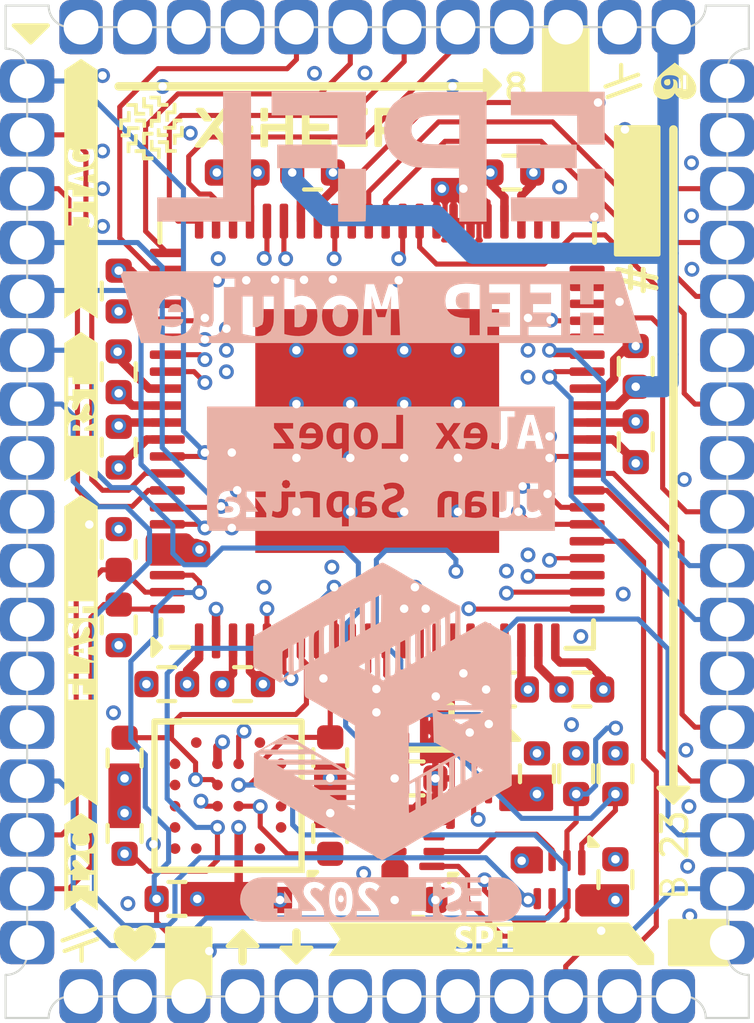
<source format=kicad_pcb>
(kicad_pcb (version 20240108) (generator "pcbnew") (generator_version "8.0")
  (layers (0 "F.Cu" signal) (1 "In1.Cu" signal) (2 "In2.Cu" signal) (3 "In3.Cu" signal) (4 "In4.Cu" signal) (31 "B.Cu" signal) (34 "B.Paste" user) (35 "F.Paste" user) (36 "B.SilkS" user "B.Silkscreen") (37 "F.SilkS" user "F.Silkscreen") (38 "B.Mask" user) (39 "F.Mask" user) (44 "Edge.Cuts" user))
  (net 0 "")
  (net 1 "GND")
  (net 2 "+1V8")
  (net 3 "VCORE")
  (net 4 "GPIO_14")
  (net 5 "SPI_MISO_HEEP")
  (net 6 "JTAG_TDI")
  (net 7 "I2C_SCL_HEEP")
  (net 8 "GPIO_16")
  (net 9 "JTAG_TCK")
  (net 10 "UART_RX_HEEP")
  (net 11 "GPIO_1")
  (net 12 "SPI_MOSI_HEEP")
  (net 13 "JTAG_TMS")
  (net 14 "JTAG_TRST")
  (net 15 "GPIO_13")
  (net 16 "GPIO_10")
  (net 17 "GPIO_22")
  (net 18 "SPI_CS1_HEEP")
  (net 19 "GPIO_23")
  (net 20 "SPI_CS0_HEEP")
  (net 21 "I2C_SDA_HEEP")
  (net 22 "GPIO_20")
  (net 23 "GPIO_2")
  (net 24 "GPIO_9")
  (net 25 "GPIO_17")
  (net 26 "GPIO_12")
  (net 27 "SPI_SD3_HEEP")
  (net 28 "GPIO_18")
  (net 29 "GPIO_11")
  (net 30 "GPIO_0")
  (net 31 "SPI_SCK_HEEP")
  (net 32 "SPI_SD2_HEEP")
  (net 33 "GPIO_4")
  (net 34 "GPIO_5")
  (net 35 "UART_TX_HEEP")
  (net 36 "GPIO_21")
  (net 37 "GPIO_19")
  (net 38 "GPIO_3")
  (net 39 "GPIO_7")
  (net 40 "GPIO_6")
  (net 41 "JTAG_TDO")
  (net 42 "GPIO_8")
  (net 43 "GPIO_15")
  (net 44 "FLASH_CS")
  (net 45 "FLASH_SCK")
  (net 46 "FLASH_nWP")
  (net 47 "FLASH_nHLD_nRST")
  (net 48 "Manual_RST")
  (net 49 "nRST_HEEP")
  (net 51 "FLASH_MISO")
  (net 52 "FLASH_MOSI")
  (net 72 "/[2] Connectors & Flash/nSOC_RST")
  (net 75 "SOC_RST_OUT")
  (net 77 "PMIC_nRST")
  (net 78 "/[2] Connectors & Flash/RST_A")
  (net 79 "/[2] Connectors & Flash/RST_B")
  (net 80 "/[1] HEEPocrates/REF_CLK_IN")
  (net 81 "BOOT_SEL_EXT")
  (footprint "kibuzzard-67265ADF" (layer "F.Cu") (at 100.584 106.14 90)
    (property "Reference" "kibuzzard-67265ADF" (hide yes))
    (property "Value" "G***" (hide yes))
  )
  (footprint "X-MODs_PcbLib:R0402" (layer "F.Cu") (at 102.847 112 180)
    (property "Reference" "R1" (hide yes))
    (property "Value" "10K0" (hide yes))
  )
  (footprint "X-MODs_PcbLib:C0402" (layer "F.Cu") (at 108.460669 109.1585 180)
    (property "Reference" "C13" (hide yes))
    (property "Value" "100n 10V" (hide yes))
  )
  (footprint "X-MODs_PcbLib:C0402" (layer "F.Cu") (at 106.045 94.869 180)
    (property "Reference" "C11" (hide yes))
    (property "Value" "100n 10V" (hide yes))
  )
  (footprint "X-MODs_PcbLib:C0402" (layer "F.Cu") (at 104.267 94.869 180)
    (property "Reference" "C5" (hide yes))
    (property "Value" "100n 10V" (hide yes))
  )
  (footprint "kibuzzard-67265AAD" (layer "F.Cu") (at 100.584 100.39 90)
    (property "Reference" "kibuzzard-67265AAD" (hide yes))
    (property "Value" "G***" (hide yes))
  )
  (footprint "X-MODs_PcbLib:C0402" (layer "F.Cu") (at 108.460669 112.025 180)
    (property "Reference" "C17" (hide yes))
    (property "Value" "100n 10V" (hide yes))
  )
  (footprint "X-MODs_PcbLib:R0402" (layer "F.Cu") (at 101.612 110.456 -90)
    (property "Reference" "R4" (hide yes))
    (property "Value" "10K0" (hide yes))
  )
  (footprint "kibuzzard-67265AFB" (layer "F.Cu") (at 100.584 111.125 90)
    (property "Reference" "kibuzzard-67265AFB" (hide yes))
    (property "Value" "G***" (hide yes))
  )
  (footprint "kibuzzard-67265A85" (layer "F.Cu") (at 100.584 95.25 90)
    (property "Reference" "kibuzzard-67265A85" (hide yes))
    (property "Value" "G***" (hide yes))
  )
  (footprint "LOGO" (layer "F.Cu") (at 105.2 93.6)
    (property "Reference" "G***" (hide yes))
    (property "Value" "LOGO" (hide yes))
  )
  (footprint "X-MODs_PcbLib:SIT1532AC" (layer "F.Cu") (at 108.45 107.957 180)
    (property "Reference" "OSC1" (hide yes))
    (property "Value" "SIT1532AC-J5-DCC-32.768D" (hide yes))
  )
  (footprint "LOGO" (layer "F.Cu") (at 101.596819 111.963326)
    (property "Reference" "G***" (hide yes))
    (property "Value" "LOGO" (hide yes))
  )
  (footprint "X-MODs_PcbLib:R0402" (layer "F.Cu") (at 113.186 109.047 -90)
    (property "Reference" "R8" (hide yes))
    (property "Value" "100K" (hide yes))
  )
  (footprint "X-MODs_PcbLib:R0402" (layer "F.Cu") (at 112.261 109.047 -90)
    (property "Reference" "R9" (hide yes))
    (property "Value" "100K" (hide yes))
  )
  (footprint "X-MODs_PcbLib:X2SON-8" (layer "F.Cu") (at 108.460669 110.707 180)
    (property "Reference" "U4" (hide yes))
    (property "Value" "~" (hide yes))
  )
  (footprint "X-MODs_PcbLib:C0402" (layer "F.Cu") (at 101.473 99.568 -90)
    (property "Reference" "C10" (hide yes))
    (property "Value" "100n 10V" (hide yes))
  )
  (footprint "X-MODs_PcbLib:R0402" (layer "F.Cu") (at 101.612 108.678 90)
    (property "Reference" "R6" (hide yes))
    (property "Value" "10K0" (hide yes))
  )
  (footprint "X-MODs_PcbLib:R0402" (layer "F.Cu") (at 101.473 103.759 -90)
    (property "Reference" "R3" (hide yes))
    (property "Value" "10K0" (hide yes))
  )
  (footprint "X-MODs_PcbLib:C0402" (layer "F.Cu") (at 110.744 94.869 180)
    (property "Reference" "C4" (hide yes))
    (property "Value" "100n 10V" (hide yes))
  )
  (footprint "X-MODs_PcbLib:CHEEP_Board_Castellated_Conn_1.27mm" (layer "F.Cu") (at 107.569 104.14)
    (property "Reference" "J1" (hide yes))
    (property "Value" "~" (hide yes))
  )
  (footprint "X-MODs_PcbLib:C0402" (layer "F.Cu") (at 113.665 101.219 -90)
    (property "Reference" "C3" (hide yes))
    (property "Value" "100n 10V" (hide yes))
  )
  (footprint "X-MODs_PcbLib:C0402" (layer "F.Cu") (at 101.473 97.663 -90)
    (property "Reference" "C12" (hide yes))
    (property "Value" "100n 10V" (hide yes))
  )
  (footprint "X-MODs_PcbLib:C0402" (layer "F.Cu") (at 104.394 106.934 180)
    (property "Reference" "C1" (hide yes))
    (property "Value" "100n 10V" (hide yes))
  )
  (footprint "X-MODs_PcbLib:C0402" (layer "F.Cu") (at 111.336 109.047 -90)
    (property "Reference" "C16" (hide yes))
    (property "Value" "100n 10V" (hide yes))
  )
  (footprint "X-MODs_PcbLib:C0402" (layer "F.Cu") (at 113.665 99.441 -90)
    (property "Reference" "C9" (hide yes))
    (property "Value" "100n 10V" (hide yes))
  )
  (footprint "X-MODs_PcbLib:X2SON-8" (layer "F.Cu") (at 111.868 111.545 -90)
    (property "Reference" "U3" (hide yes))
    (property "Value" "~" (hide yes))
  )
  (footprint "X-MODs_PcbLib:C0402" (layer "F.Cu") (at 113.186 111.545 -90)
    (property "Reference" "C15" (hide yes))
    (property "Value" "100n 10V" (hide yes))
  )
  (footprint "X-MODs_PcbLib:C0402" (layer "F.Cu") (at 101.473 101.346 -90)
    (property "Reference" "C6" (hide yes))
    (property "Value" "100n 10V" (hide yes))
  )
  (footprint "X-MODs_PcbLib:C0402" (layer "F.Cu") (at 102.606 106.934)
    (property "Reference" "C7" (hide yes))
    (property "Value" "100n 10V" (hide yes))
  )
  (footprint "X-MODs_PcbLib:R0402" (layer "F.Cu") (at 106.461 108.67 90)
    (property "Reference" "R5" (hide yes))
    (property "Value" "10K0" (hide yes))
  )
  (footprint "LOGO" (layer "F.Cu") (at 114.667541 93.656155 180)
    (property "Reference" "G***" (hide yes))
    (property "Value" "LOGO" (hide yes))
  )
  (footprint "X-MODs_PcbLib:R0402" (layer "F.Cu") (at 101.473 105.537 90)
    (property "Reference" "R2" (hide yes))
    (property "Value" "10K0" (hide yes))
  )
  (footprint "kibuzzard-67265BD8" (layer "F.Cu") (at 110.09 112.949)
    (property "Reference" "kibuzzard-67265BD8" (hide yes))
    (property "Value" "G***" (hide yes))
  )
  (footprint "X-MODs_PcbLib:R0402" (layer "F.Cu") (at 106.461 110.456 -90)
    (property "Reference" "R7" (hide yes))
    (property "Value" "10K0" (hide yes))
  )
  (footprint "X-MODs_PcbLib:C0402" (layer "F.Cu") (at 104.797 112.025 180)
    (property "Reference" "C14" (hide yes))
    (property "Value" "100n 10V" (hide yes))
  )
  (footprint "X-MODs_PcbLib:HEEPocrates" (layer "F.Cu") (at 107.569 100.965 90)
    (property "Reference" "U1" (hide yes))
    (property "Value" "HEEPocrates" (hide yes))
  )
  (footprint "X-MODs_PcbLib:WLCSP-21" (layer "F.Cu") (at 104.052 109.563 180)
    (property "Reference" "U2" (hide yes))
    (property "Value" "W25Q128JWYIQ" (hide yes))
  )
  (footprint "X-MODs_PcbLib:C0402" (layer "F.Cu") (at 112.395 107.061 180)
    (property "Reference" "C8" (hide yes))
    (property "Value" "100n 10V" (hide yes))
  )
  (footprint "X-MODs_PcbLib:X2SON-6" (layer "F.Cu") (at 110.193 109.047 -90)
    (property "Reference" "U5" (hide yes))
    (property "Value" "~" (hide yes))
  )
  (footprint "X-MODs_PcbLib:C0402" (layer "F.Cu") (at 110.617 107.061 180)
    (property "Reference" "C2" (hide yes))
    (property "Value" "100n 10V" (hide yes))
  )
  (footprint "kibuzzard-66E06A67" (layer "B.Cu") (at 107.656965 98.044 180)
    (property "Reference" "kibuzzard-66E06A67" (hide yes))
    (property "Value" "G***" (hide yes))
  )
  (footprint "kibuzzard-66E06AA7" (layer "B.Cu") (at 107.656965 112.014 180)
    (property "Reference" "kibuzzard-66E06AA7" (hide yes))
    (property "Value" "G***" (hide yes))
  )
  (footprint "LOGO" (layer "B.Cu") (at 112.219301 108.13 180)
    (property "Reference" "G***" (hide yes))
    (property "Value" "LOGO" (hide yes))
  )
  (footprint "LOGO" (layer "B.Cu") (at 107.656965 94.488 180)
    (property "Reference" "G***" (hide yes))
    (property "Value" "LOGO" (hide yes))
  )
  (footprint "kibuzzard-66E06AC0" (layer "B.Cu") (at 107.656965 101.854 180)
    (property "Reference" "kibuzzard-66E06AC0" (hide yes))
    (property "Value" "G***" (hide yes))
  )
  (gr_line (start 114.554 109.601) (end 114.554 93.853) (stroke (width 0.2)) (layer "F.SilkS"))
  (gr_poly (pts (xy 105.313772 113.150228) (xy 106.014228 113.150228) (xy 105.664001 113.500454)) (stroke (width 0.1)) (fill solid) (layer "F.SilkS"))
  (gr_poly (pts (xy 114.201409 109.377774) (xy 114.901865 109.377774) (xy 114.551638 109.728)) (stroke (width 0.1)) (fill solid) (layer "F.SilkS"))
  (gr_rect (start 102.614 112.697905) (end 103.634 114.3) (stroke (width 0.1)) (fill solid) (layer "F.SilkS"))
  (gr_line (start 100.199062 113.228133) (end 100.964774 112.949437) (stroke (width 0.1)) (layer "F.SilkS"))
  (gr_poly (pts (xy 104.744228 113.111999) (xy 104.043772 113.111999) (xy 104.393999 112.761773)) (stroke (width 0.1)) (fill solid) (layer "F.SilkS"))
  (gr_rect (start 113.2 93.8) (end 114.2 96.8) (stroke (width 0.1)) (fill solid) (layer "F.SilkS"))
  (gr_line (start 100.150344 112.98029) (end 100.916056 112.701594) (stroke (width 0.1)) (layer "F.SilkS"))
  (gr_line (start 104.394 113.112) (end 104.394 113.47) (stroke (width 0.2)) (layer "F.SilkS"))
  (gr_line (start 110.236 92.837) (end 101.473 92.837) (stroke (width 0.2)) (layer "F.SilkS"))
  (gr_line (start 113.320699 92.686637) (end 113.320699 92.332048) (stroke (width 0.1)) (layer "F.SilkS"))
  (gr_poly (pts (xy 99 91.4) (xy 99.8 91.4) (xy 99.4 91.8)) (stroke (width 0.1)) (fill solid) (layer "F.SilkS"))
  (gr_line (start 114 113.46) (end 113.5 112.96) (stroke (width 0.1)) (layer "F.SilkS"))
  (gr_line (start 113.719738 92.561818) (end 112.954026 92.840514) (stroke (width 0.1)) (layer "F.SilkS"))
  (gr_line (start 105.664 113.150227) (end 105.664 112.792227) (stroke (width 0.2)) (layer "F.SilkS"))
  (gr_poly (pts (xy 113.49 113.342861) (xy 113.707139 113.56) (xy 114.1 113.56) (xy 114.1 113.296426) (xy 113.5 112.559385) (xy 113.49 113.211574)) (fill solid) (layer "F.SilkS"))
  (gr_line (start 113.768456 92.809661) (end 113.002744 93.088357) (stroke (width 0.1)) (layer "F.SilkS"))
  (gr_poly (pts (xy 110.109 93.156456) (xy 110.109 92.456) (xy 110.459226 92.806227)) (stroke (width 0.1)) (fill solid) (layer "F.SilkS"))
  (gr_line (start 100.598101 113.103314) (end 100.598101 113.457903) (stroke (width 0.1)) (layer "F.SilkS"))
  (gr_rect (start 114.473952 112.52) (end 115.826047 113.54) (stroke (width 0.1)) (fill solid) (layer "F.SilkS"))
  (gr_rect (start 111.504 91.448953) (end 112.524 93.051048) (stroke (width 0.1)) (fill solid) (layer "F.SilkS"))
  (gr_line (start 115.316 90.94) (end 115.316 90.932) (stroke (width 0.05)) (layer "Edge.Cuts"))
  (gr_arc (start 115.316 90.94) (mid 115.169553 91.293553) (end 114.816 91.44) (stroke (width 0.05)) (layer "Edge.Cuts"))
  (gr_arc (start 99.822 114.8) (mid 99.968447 114.446447) (end 100.322 114.3) (stroke (width 0.05)) (layer "Edge.Cuts"))
  (gr_arc (start 114.816 114.3) (mid 115.169553 114.446447) (end 115.316 114.8) (stroke (width 0.05)) (layer "Edge.Cuts"))
  (gr_arc (start 100.322 91.44) (mid 99.968447 91.293553) (end 99.822 90.94) (stroke (width 0.05)) (layer "Edge.Cuts"))
  (gr_line (start 116.324 113.792) (end 116.332 113.792) (stroke (width 0.05)) (layer "Edge.Cuts"))
  (gr_line (start 98.806 113.792) (end 98.814 113.792) (stroke (width 0.05)) (layer "Edge.Cuts"))
  (gr_line (start 98.806 91.948) (end 98.806 90.932) (stroke (width 0.05)) (layer "Edge.Cuts"))
  (gr_arc (start 116.324 113.792) (mid 115.970447 113.645553) (end 115.824 113.292) (stroke (width 0.05)) (layer "Edge.Cuts"))
  (gr_line (start 115.824 92.448) (end 115.824 113.292) (stroke (width 0.05)) (layer "Edge.Cuts"))
  (gr_line (start 116.332 114.808) (end 115.316 114.808) (stroke (width 0.05)) (layer "Edge.Cuts"))
  (gr_arc (start 99.314 113.292) (mid 99.167553 113.645553) (end 98.814 113.792) (stroke (width 0.05)) (layer "Edge.Cuts"))
  (gr_line (start 98.814 91.948) (end 98.806 91.948) (stroke (width 0.05)) (layer "Edge.Cuts"))
  (gr_line (start 100.322 91.44) (end 114.816 91.44) (stroke (width 0.05)) (layer "Edge.Cuts"))
  (gr_line (start 99.314 113.292) (end 99.314 92.448) (stroke (width 0.05)) (layer "Edge.Cuts"))
  (gr_line (start 115.316 90.932) (end 116.332 90.932) (stroke (width 0.05)) (layer "Edge.Cuts"))
  (gr_line (start 99.822 114.808) (end 98.806 114.808) (stroke (width 0.05)) (layer "Edge.Cuts"))
  (gr_line (start 116.332 91.948) (end 116.324 91.948) (stroke (width 0.05)) (layer "Edge.Cuts"))
  (gr_line (start 115.316 114.808) (end 115.316 114.8) (stroke (width 0.05)) (layer "Edge.Cuts"))
  (gr_line (start 116.332 90.932) (end 116.332 91.948) (stroke (width 0.05)) (layer "Edge.Cuts"))
  (gr_arc (start 115.824 92.448) (mid 115.970447 92.094447) (end 116.324 91.948) (stroke (width 0.05)) (layer "Edge.Cuts"))
  (gr_arc (start 98.814 91.948) (mid 99.167553 92.094447) (end 99.314 92.448) (stroke (width 0.05)) (layer "Edge.Cuts"))
  (gr_line (start 114.816 114.3) (end 100.322 114.3) (stroke (width 0.05)) (layer "Edge.Cuts"))
  (gr_line (start 116.332 113.792) (end 116.332 114.808) (stroke (width 0.05)) (layer "Edge.Cuts"))
  (gr_line (start 99.822 114.8) (end 99.822 114.808) (stroke (width 0.05)) (layer "Edge.Cuts"))
  (gr_line (start 99.822 90.932) (end 99.822 90.94) (stroke (width 0.05)) (layer "Edge.Cuts"))
  (gr_line (start 98.806 90.932) (end 99.822 90.932) (stroke (width 0.05)) (layer "Edge.Cuts"))
  (gr_line (start 98.806 114.808) (end 98.806 113.792) (stroke (width 0.05)) (layer "Edge.Cuts"))
  (gr_text "B" (at 114.935 112.08 90) (layer "F.SilkS") (effects (font (size 0.6 0.6) (thickness 0.075)) (justify left bottom)))
  (gr_text "8" (at 110.49 93.218 0) (layer "F.SilkS") (effects (font (size 0.6 0.6) (thickness 0.1)) (justify left bottom)))
  (gr_text "23" (at 114.935 111.125 90) (layer "F.SilkS") (effects (font (size 0.6 0.6) (thickness 0.1)) (justify left bottom)))
  (gr_text "#" (at 114.1 97.8 90) (layer "F.SilkS") (effects (font (size 0.7 0.7) (thickness 0.12) (bold yes)) (justify left bottom)))
  (segment (start 101.473 97.183) (end 101.755 97.183) (width 0.2) (layer "F.Cu") (net 1))
  (segment (start 112.9315 99.965) (end 113.157 99.7395) (width 0.2) (layer "F.Cu") (net 1))
  (segment (start 111.097 107.061) (end 110.969 106.933) (width 0.2) (layer "F.Cu") (net 1))
  (segment (start 104.874 106.934) (end 104.569 106.629) (width 0.2) (layer "F.Cu") (net 1))
  (segment (start 112.522 106.426) (end 111.887 106.426) (width 0.2) (layer "F.Cu") (net 1))
  (segment (start 112.875 106.779) (end 112.522 106.426) (width 0.2) (layer "F.Cu") (net 1))
  (segment (start 113.157 99.2886) (end 113.4846 98.961) (width 0.2) (layer "F.Cu") (net 1))
  (segment (start 110.969 95.406) (end 111.224 95.151) (width 0.2) (layer "F.Cu") (net 1))
  (segment (start 112.875 107.061) (end 112.875 106.779) (width 0.2) (layer "F.Cu") (net 1))
  (segment (start 111.224 95.151) (end 111.224 94.869) (width 0.2) (layer "F.Cu") (net 1))
  (segment (start 113.4846 98.961) (end 113.665 98.961) (width 0.2) (layer "F.Cu") (net 1))
  (segment (start 101.574 100.765) (end 102.619 100.765) (width 0.2) (layer "F.Cu") (net 1))
  (segment (start 113.157 99.7395) (end 113.157 99.2886) (width 0.2) (layer "F.Cu") (net 1))
  (segment (start 103.769 105.166) (end 103.769 105.915) (width 0.2) (layer "F.Cu") (net 1))
  (segment (start 106.169 96.015) (end 106.169 95.634) (width 0.2) (layer "F.Cu") (net 1))
  (segment (start 101.755 97.183) (end 102.137 97.565) (width 0.2) (layer "F.Cu") (net 1))
  (segment (start 106.553 95.25) (end 106.553 94.897) (width 0.2) (layer "F.Cu") (net 1))
  (segment (start 110.969 96.015) (end 110.969 95.406) (width 0.2) (layer "F.Cu") (net 1))
  (segment (start 111.887 106.426) (end 111.769 106.308) (width 0.2) (layer "F.Cu") (net 1))
  (segment (start 102.188316 99.965) (end 102.619 99.965) (width 0.2) (layer "F.Cu") (net 1))
  (segment (start 101.473 99.088) (end 101.473 99.249684) (width 0.2) (layer "F.Cu") (net 1))
  (segment (start 103.802 108.416) (end 103.921 108.297) (width 0.2) (layer "F.Cu") (net 1))
  (segment (start 101.473 99.249684) (end 102.188316 99.965) (width 0.2) (layer "F.Cu") (net 1))
  (segment (start 103.802 108.813) (end 103.802 108.416) (width 0.2) (layer "F.Cu") (net 1))
  (segment (start 112.519 99.965) (end 112.9315 99.965) (width 0.2) (layer "F.Cu") (net 1))
  (segment (start 112.519 100.765) (end 113.639 100.765) (width 0.2) (layer "F.Cu") (net 1))
  (segment (start 102.137 97.565) (end 102.619 97.565) (width 0.2) (layer "F.Cu") (net 1))
  (segment (start 104.569 95.202) (end 104.775 94.996) (width 0.2) (layer "F.Cu") (net 1))
  (segment (start 109.843 108.647) (end 109.843 108.168) (width 0.12) (layer "F.Cu") (net 1))
  (segment (start 106.169 95.634) (end 106.553 95.25) (width 0.2) (layer "F.Cu") (net 1))
  (segment (start 101.473 100.866) (end 101.574 100.765) (width 0.2) (layer "F.Cu") (net 1))
  (segment (start 113.639 100.765) (end 113.665 100.739) (width 0.2) (layer "F.Cu") (net 1))
  (segment (start 104.569 96.015) (end 104.569 95.202) (width 0.2) (layer "F.Cu") (net 1))
  (segment (start 104.569 106.629) (end 104.569 105.915) (width 0.2) (layer "F.Cu") (net 1))
  (segment (start 110.969 106.933) (end 110.969 105.915) (width 0.2) (layer "F.Cu") (net 1))
  (segment (start 111.769 106.308) (end 111.769 105.915) (width 0.2) (layer "F.Cu") (net 1))
  (segment (start 109.843 108.168) (end 109.75 108.075) (width 0.12) (layer "F.Cu") (net 1))
  (via (at 111.252 94.869) (size 0.35) (drill 0.2) (layers "F.Cu" "B.Cu") (net 1))
  (via (at 109.093 95.25) (size 0.35) (drill 0.2) (layers "F.Cu" "B.Cu") (net 1))
  (via (at 105.664 99.06) (size 0.35) (drill 0.2) (layers "F.Cu" "B.Cu") (net 1))
  (via (at 111.125 99.06) (size 0.35) (drill 0.2) (layers "F.Cu" "B.Cu") (net 1))
  (via (at 104.013 99.568) (size 0.35) (drill 0.2) (layers "F.Cu" "B.Cu") (net 1))
  (via (at 103.769 105.166) (size 0.35) (drill 0.2) (layers "F.Cu" "B.Cu") (net 1))
  (via (at 109.474 99.06) (size 0.35) (drill 0.2) (layers "F.Cu" "B.Cu") (net 1))
  (via (at 113.665 100.739) (size 0.35) (drill 0.2) (layers "F.Cu" "B.Cu") (net 1))
  (via (at 106.525 94.869) (size 0.35) (drill 0.2) (layers "F.Cu" "B.Cu") (net 1))
  (via (at 108.458 104.648) (size 0.35) (drill 0.2) (layers "F.Cu" "B.Cu") (net 1))
  (via (at 114.98 94.64) (size 0.35) (drill 0.2) (layers "F.Cu" "B.Cu") (net 1))
  (via (at 112.69 95.91) (size 0.35) (drill 0.2) (layers "F.Cu" "B.Cu") (net 1))
  (via (at 111 102.27) (size 0.35) (drill 0.2) (layers "F.Cu" "B.Cu") (net 1))
  (via (at 106.934 102.87) (size 0.35) (drill 0.2) (layers "F.Cu" "B.Cu") (net 1))
  (via (at 109.347 92.837) (size 0.35) (drill 0.2) (layers "F.Cu" "B.Cu") (net 1))
  (via (at 111.87 95.21) (size 0.35) (drill 0.2) (layers "F.Cu" "B.Cu") (net 1))
  (via (at 104.48075 97.41) (size 0.35) (drill 0.2) (layers "F.Cu" "B.Cu") (net 1))
  (via (at 111.336 108.567) (size 0.35) (drill 0.2) (layers "F.Cu" "B.Cu") (net 1))
  (via (at 103.378 103.759) (size 0.35) (drill 0.2) (layers "F.Cu" "B.Cu") (net 1))
  (via (at 106.09 92.53) (size 0.35) (drill 0.2) (layers "F.Cu" "B.Cu") (net 1))
  (via (at 104.14 101.473) (size 0.35) (drill 0.2) (layers "F.Cu" "B.Cu") (net 1))
  (via (at 109.474 101.6) (size 0.35) (drill 0.2) (layers "F.Cu" "B.Cu") (net 1))
  (via (at 108.204 100.33) (size 0.35) (drill 0.2) (layers "F.Cu" "B.Cu") (net 1))
  (via (at 102.29 110.71) (size 0.35) (drill 0.2) (layers "F.Cu" "B.Cu") (net 1))
  (via (at 105.84225 97.3995) (size 0.35) (drill 0.2) (layers "F.Cu" "B.Cu") (net 1))
  (via (at 101.69 112.11) (size 0.35) (drill 0.2) (layers "F.Cu" "B.Cu") (net 1))
  (via (at 114.92 109.82) (size 0.35) (drill 0.2) (layers "F.Cu" "B.Cu") (net 1))
  (via (at 105.277 112.025) (size 0.35) (drill 0.2) (layers "F.Cu" "B.Cu") (net 1))
  (via (at 109.75 108.075) (size 0.35) (drill 0.2) (layers "F.Cu" "B.Cu") (net 1))
  (via (at 104.267 102.362) (size 0.35) (drill 0.2) (layers "F.Cu" "B.Cu") (net 1))
  (via (at 112.15 107.89) (size 0.35) (drill 0.2) (layers "F.Cu" "B.Cu") (net 1))
  (via (at 109.474 102.87) (size 0.35) (drill 0.2) (layers "F.Cu" "B.Cu") (net 1))
  (via (at 107.25 111.4) (size 0.35) (drill 0.2) (layers "F.Cu" "B.Cu") (net 1))
  (via (at 113.665 98.961) (size 0.35) (drill 0.2) (layers "F.Cu" "B.Cu") (net 1))
  (via (at 114.85 108.49) (size 0.35) (drill 0.2) (layers "F.Cu" "B.Cu") (net 1))
  (via (at 107.28 92.52) (size 0.35) (drill 0.2) (layers "F.Cu" "B.Cu") (net 1))
  (via (at 114.98 95.89) (size 0.35) (drill 0.2) (layers "F.Cu" "B.Cu") (net 1))
  (via (at 113.284 97.917) (size 0.35) (drill 0.2) (layers "F.Cu" "B.Cu") (net 1))
  (via (at 105.664 101.6) (size 0.35) (drill 0.2) (layers "F.Cu" "B.Cu") (net 1))
  (via (at 106.523 97.389) (size 0.35) (drill 0.2) (layers "F.Cu" "B.Cu") (net 1))
  (via (at 108.940669 109.1585) (size 0.35) (drill 0.2) (layers "F.Cu" "B.Cu") (net 1))
  (via (at 102.51 92.84) (size 0.35) (drill 0.2) (layers "F.Cu" "B.Cu") (net 1))
  (via (at 103.82 96.9) (size 0.35) (drill 0.2) (layers "F.Cu" "B.Cu") (net 1))
  (via (at 112.85 112.75) (size 0.35) (drill 0.2) (layers "F.Cu" "B.Cu") (net 1))
  (via (at 114.89 111.23) (size 0.35) (drill 0.2) (layers "F.Cu" "B.Cu") (net 1))
  (via (at 111.633 101.092) (size 0.35) (drill 0.2) (layers "F.Cu" "B.Cu") (net 1))
  (via (at 112.37 105.81) (size 0.35) (drill 0.2) (layers "F.Cu" "B.Cu") (net 1))
  (via (at 107.55 107.05) (size 0.35) (drill 0.2) (layers "F.Cu" "B.Cu") (net 1))
  (via (at 103.8 97.40475) (size 0.35) (drill 0.2) (layers "F.Cu" "B.Cu") (net 1))
  (via (at 101.473 97.183) (size 0.35) (drill 0.2) (layers "F.Cu" "B.Cu") (net 1))
  (via (at 106.5 104.175) (size 0.35) (drill 0.2) (layers "F.Cu" "B.Cu") (net 1))
  (via (at 101.473 100.838) (size 0.35) (drill 0.2) (layers "F.Cu" "B.Cu") (net 1))
  (via (at 101.092 96.139) (size 0.35) (drill 0.2) (layers "F.Cu" "B.Cu") (net 1))
  (via (at 114.808 102.108) (size 0.35) (drill 0.2) (layers "F.Cu" "B.Cu") (net 1))
  (via (at 113.186 111.065) (size 0.35) (drill 0.2) (layers "F.Cu" "B.Cu") (net 1))
  (via (at 101.092 92.583) (size 0.35) (drill 0.2) (layers "F.Cu" "B.Cu") (net 1))
  (via (at 106.934 100.33) (size 0.35) (drill 0.2) (layers "F.Cu" "B.Cu") (net 1))
  (via (at 101.092 94.361) (size 0.35) (drill 0.2) (layers "F.Cu" "B.Cu") (net 1))
  (via (at 108.204 101.6) (size 0.35) (drill 0.2) (layers "F.Cu" "B.Cu") (net 1))
  (via (at 105.664 102.87) (size 0.35) (drill 0.2) (layers "F.Cu" "B.Cu") (net 1))
  (via (at 108.077 97.409) (size 0.35) (drill 0.2) (layers "F.Cu" "B.Cu") (net 1))
  (via (at 113.411 93.853) (size 0.35) (drill 0.2) (layers "F.Cu" "B.Cu") (net 1))
  (via (at 114.99 97.15) (size 0.35) (drill 0.2) (layers "F.Cu" "B.Cu") (net 1))
  (via (at 105.1615 97.39425) (size 0.35) (drill 0.2) (layers "F.Cu" "B.Cu") (net 1))
  (via (at 109.474 100.33) (size 0.35) (drill 0.2) (layers "F.Cu" "B.Cu") (net 1))
  (via (at 106.934 101.6) (size 0.35) (drill 0.2) (layers "F.Cu" "B.Cu") (net 1))
  (via (at 111.125 103.886) (size 0.35) (drill 0.2) (layers "F.Cu" "B.Cu") (net 1))
  (via (at 109.601 95.25) (size 0.35) (drill 0.2) (layers "F.Cu" "B.Cu") (net 1))
  (via (at 112.776 93.218) (size 0.35) (drill 0.2) (layers "F.Cu" "B.Cu") (net 1))
  (via (at 101.35 107.61) (size 0.35) (drill 0.2) (layers "F.Cu" "B.Cu") (net 1))
  (via (at 113.37 104.81) (size 0.35) (drill 0.2) (layers "F.Cu" "B.Cu") (net 1))
  (via (at 105.664 100.33) (size 0.35) (drill 0.2) (layers "F.Cu" "B.Cu") (net 1))
  (via (at 108.95 107.225) (size 0.35) (drill 0.2) (layers "F.Cu" "B.Cu") (net 1))
  (via (at 108.940669 112.025) (size 0.35) (drill 0.2) (layers "F.Cu" "B.Cu") (net 1))
  (via (at 104.902 104.648) (size 0.35) (drill 0.2) (layers "F.Cu" "B.Cu") (net 1))
  (via (at 112.903 107.061) (size 0.35) (drill 0.2) (layers "F.Cu" "B.Cu") (net 1))
  (via (at 111.125 99.695) (size 0.35) (drill 0.2) (layers "F.Cu" "B.Cu") (net 1))
  (via (at 101.092 95.25) (size 0.35) (drill 0.2) (layers "F.Cu" "B.Cu") (net 1))
  (via (at 104.874 106.934) (size 0.35) (drill 0.2) (layers "F.Cu" "B.Cu") (net 1))
  (via (at 101.449261 99.094888) (size 0.35) (drill 0.2) (layers "F.Cu" "B.Cu") (net 1))
  (via (at 104.747 94.869) (size 0.35) (drill 0.2) (layers "F.Cu" "B.Cu") (net 1))
  (via (at 111.125 98.298) (size 0.35) (drill 0.2) (layers "F.Cu" "B.Cu") (net 1))
  (via (at 102.126 106.934) (size 0.35) (drill 0.2) (layers "F.Cu" "B.Cu") (net 1))
  (via (at 108.204 102.87) (size 0.35) (drill 0.2) (layers "F.Cu" "B.Cu") (net 1))
  (via (at 110.975 111.1) (size 0.35) (drill 0.2) (layers "F.Cu" "B.Cu") (net 1))
  (via (at 100.78 103.17) (size 0.35) (drill 0.2) (layers "F.Cu" "B.Cu") (net 1))
  (via (at 111.125 107.061) (size 0.35) (drill 0.2) (layers "F.Cu" "B.Cu") (net 1))
  (via (at 114.94 112.4) (size 0.35) (drill 0.2) (layers "F.Cu" "B.Cu") (net 1))
  (via (at 107.55 107.6) (size 0.35) (drill 0.2) (layers "F.Cu" "B.Cu") (net 1))
  (via (at 104.013 99.06) (size 0.35) (drill 0.2) (layers "F.Cu" "B.Cu") (net 1))
  (via (at 104.013 98.552) (size 0.35) (drill 0.2) (layers "F.Cu" "B.Cu") (net 1))
  (via (at 108.204 99.06) (size 0.35) (drill 0.2) (layers "F.Cu" "B.Cu") (net 1))
  (via (at 103.921 108.297) (size 0.35) (drill 0.2) (layers "F.Cu" "B.Cu") (net 1))
  (via (at 106.934 99.06) (size 0.35) (drill 0.2) (layers "F.Cu" "B.Cu") (net 1))
  (via (at 103.16 93.94) (size 0.35) (drill 0.2) (layers "F.Cu" "B.Cu") (net 1))
  (via (at 110.617 104.267) (size 0.35) (drill 0.2) (layers "F.Cu" "B.Cu") (net 1))
  (via (at 104.14 103.251) (size 0.35) (drill 0.2) (layers "F.Cu" "B.Cu") (net 1))
  (segment (start 110.569 106.629) (end 110.569 105.915) (width 0.2) (layer "F.Cu") (net 2))
  (segment (start 110.264 94.869) (end 110.264 95.151) (width 0.2) (layer "F.Cu") (net 2))
  (segment (start 104.169 96.015) (end 104.169 95.251) (width 0.2) (layer "F.Cu") (net 2))
  (segment (start 110.569 95.456) (end 110.569 96.015) (width 0.2) (layer "F.Cu") (net 2))
  (segment (start 103.914 106.934) (end 104.169 106.679) (width 0.2) (layer "F.Cu") (net 2))
  (segment (start 110.137 107.061) (end 110.569 106.629) (width 0.2) (layer "F.Cu") (net 2))
  (segment (start 112.519 101.165) (end 113.131 101.165) (width 0.2) (layer "F.Cu") (net 2))
  (segment (start 110 107.25) (end 110 107.198) (width 0.2) (layer "F.Cu") (net 2))
  (segment (start 104.302 110.313) (end 104.302 112.01) (width 0.2) (layer "F.Cu") (net 2))
  (segment (start 104.169 106.679) (end 104.169 105.915) (width 0.2) (layer "F.Cu") (net 2))
  (segment (start 113.131 101.165) (end 113.665 101.699) (width 0.2) (layer "F.Cu") (net 2))
  (segment (start 110.264 95.151) (end 110.569 95.456) (width 0.2) (layer "F.Cu") (net 2))
  (segment (start 102.134 101.165) (end 102.619 101.165) (width 0.2) (layer "F.Cu") (net 2))
  (segment (start 104.169 95.251) (end 103.787 94.869) (width 0.2) (layer "F.Cu") (net 2))
  (segment (start 104.302 112.01) (end 104.317 112.025) (width 0.2) (layer "F.Cu") (net 2))
  (segment (start 110 107.198) (end 110.137 107.061) (width 0.2) (layer "F.Cu") (net 2))
  (segment (start 101.473 101.826) (end 102.134 101.165) (width 0.2) (layer "F.Cu") (net 2))
  (segment (start 104.292 112) (end 104.317 112.025) (width 0.12) (layer "F.Cu") (net 2))
  (via (at 104.302 110.313) (size 0.35) (drill 0.2) (layers "F.Cu" "B.Cu") (net 2))
  (via (at 113.665 101.727) (size 0.35) (drill 0.2) (layers "F.Cu" "B.Cu") (net 2))
  (via (at 101.473 106.017) (size 0.35) (drill 0.2) (layers "F.Cu" "B.Cu") (net 2))
  (via (at 101.473 103.279) (size 0.35) (drill 0.2) (layers "F.Cu" "B.Cu") (net 2))
  (via (at 112.261 108.567) (size 0.35) (drill 0.2) (layers "F.Cu" "B.Cu") (net 2))
  (via (at 101.473 101.826) (size 0.35) (drill 0.2) (layers "F.Cu" "B.Cu") (net 2))
  (via (at 113.186 112.025) (size 0.35) (drill 0.2) (layers "F.Cu" "B.Cu") (net 2))
  (via (at 101.612 109.158) (size 0.35) (drill 0.2) (layers "F.Cu" "B.Cu") (net 2))
  (via (at 106.461 109.15) (size 0.35) (drill 0.2) (layers "F.Cu" "B.Cu") (net 2))
  (via (at 107.980669 112.025) (size 0.35) (drill 0.2) (layers "F.Cu" "B.Cu") (net 2))
  (via (at 107.980669 109.1585) (size 0.35) (drill 0.2) (layers "F.Cu" "B.Cu") (net 2))
  (via (at 101.612 109.976) (size 0.35) (drill 0.2) (layers "F.Cu" "B.Cu") (net 2))
  (via (at 106.461 109.976) (size 0.35) (drill 0.2) (layers "F.Cu" "B.Cu") (net 2))
  (via (at 110.236 94.869) (size 0.35) (drill 0.2) (layers "F.Cu" "B.Cu") (net 2))
  (via (at 103.914 106.934) (size 0.35) (drill 0.2) (layers "F.Cu" "B.Cu") (net 2))
  (via (at 110.137 107.061) (size 0.35) (drill 0.2) (layers "F.Cu" "B.Cu") (net 2))
  (via (at 113.186 108.567) (size 0.35) (drill 0.2) (layers "F.Cu" "B.Cu") (net 2))
  (via (at 103.327 112) (size 0.35) (drill 0.2) (layers "F.Cu" "B.Cu") (net 2))
  (via (at 111.336 109.527) (size 0.35) (drill 0.2) (layers "F.Cu" "B.Cu") (net 2))
  (via (at 103.787 94.869) (size 0.35) (drill 0.2) (layers "F.Cu" "B.Cu") (net 2))
  (segment (start 101.755 98.143) (end 101.933 97.965) (width 0.2) (layer "F.Cu") (net 3))
  (segment (start 103.086 106.934) (end 103.086 106.614) (width 0.2) (layer "F.Cu") (net 3))
  (segment (start 105.565 94.869) (end 105.565 95.151) (width 0.2) (layer "F.Cu") (net 3))
  (segment (start 111.369 106.515) (end 111.915 107.061) (width 0.2) (layer "F.Cu") (net 3))
  (segment (start 103.369 106.331) (end 103.369 105.915) (width 0.2) (layer "F.Cu") (net 3))
  (segment (start 102.619 100.365) (end 101.79 100.365) (width 0.2) (layer "F.Cu") (net 3))
  (segment (start 101.933 97.965) (end 102.619 97.965) (width 0.2) (layer "F.Cu") (net 3))
  (segment (start 113.221 100.365) (end 113.665 99.921) (width 0.2) (layer "F.Cu") (net 3))
  (segment (start 101.79 100.365) (end 101.473 100.048) (width 0.2) (layer "F.Cu") (net 3))
  (segment (start 112.519 100.365) (end 113.221 100.365) (width 0.2) (layer "F.Cu") (net 3))
  (segment (start 103.086 106.614) (end 103.369 106.331) (width 0.2) (layer "F.Cu") (net 3))
  (segment (start 101.473 98.143) (end 101.755 98.143) (width 0.2) (layer "F.Cu") (net 3))
  (segment (start 105.769 95.355) (end 105.769 96.015) (width 0.2) (layer "F.Cu") (net 3))
  (segment (start 105.565 95.151) (end 105.769 95.355) (width 0.2) (layer "F.Cu") (net 3))
  (segment (start 111.369 105.915) (end 111.369 106.515) (width 0.2) (layer "F.Cu") (net 3))
  (via (at 105.565 94.869) (size 0.35) (drill 0.2) (layers "F.Cu" "B.Cu") (net 3))
  (via (at 103.086 106.934) (size 0.35) (drill 0.2) (layers "F.Cu" "B.Cu") (net 3))
  (via (at 111.915 107.061) (size 0.35) (drill 0.2) (layers "F.Cu" "B.Cu") (net 3))
  (via (at 113.665 99.921) (size 0.35) (drill 0.2) (layers "F.Cu" "B.Cu") (net 3))
  (via (at 101.473 98.143) (size 0.35) (drill 0.2) (layers "F.Cu" "B.Cu") (net 3))
  (via (at 101.473 100.076) (size 0.35) (drill 0.2) (layers "F.Cu" "B.Cu") (net 3))
  (segment (start 114.554 91.44) (end 114.427 91.567) (width 0.5) (layer "B.Cu") (net 3))
  (segment (start 114.328 99.921) (end 113.665 99.921) (width 0.5) (layer "B.Cu") (net 3))
  (segment (start 106.385 95.885) (end 105.565 95.065) (width 0.5) (layer "B.Cu") (net 3))
  (segment (start 114.427 93.853) (end 114.427 96.774) (width 0.5) (layer "B.Cu") (net 3))
  (segment (start 114.427 99.159) (end 114.427 99.822) (width 0.5) (layer "B.Cu") (net 3))
  (segment (start 105.565 95.065) (end 105.565 94.869) (width 0.5) (layer "B.Cu") (net 3))
  (segment (start 114.427 96.774) (end 109.839182 96.774) (width 0.5) (layer "B.Cu") (net 3))
  (segment (start 114.427 99.822) (end 114.328 99.921) (width 0.5) (layer "B.Cu") (net 3))
  (segment (start 108.950182 95.885) (end 106.385 95.885) (width 0.5) (layer "B.Cu") (net 3))
  (segment (start 114.427 96.774) (end 114.427 99.159) (width 0.5) (layer "B.Cu") (net 3))
  (segment (start 109.839182 96.774) (end 108.950182 95.885) (width 0.5) (layer "B.Cu") (net 3))
  (segment (start 114.427 91.567) (end 114.427 93.853) (width 0.5) (layer "B.Cu") (net 3))
  (segment (start 108.169 96.809) (end 108.169 96.015) (width 0.12) (layer "F.Cu") (net 4))
  (segment (start 108.077 96.901) (end 108.169 96.809) (width 0.12) (layer "F.Cu") (net 4))
  (via (at 108.077 96.901) (size 0.35) (drill 0.2) (layers "F.Cu" "B.Cu") (net 4))
  (segment (start 110.641226 104.765) (end 112.519 104.765) (width 0.12) (layer "F.Cu") (net 5))
  (segment (start 110.617 104.789226) (end 110.641226 104.765) (width 0.12) (layer "F.Cu") (net 5))
  (via (at 110.617 104.789226) (size 0.35) (drill 0.2) (layers "F.Cu" "B.Cu") (net 5))
  (segment (start 100.7 94.4) (end 100.28 93.98) (width 0.12) (layer "F.Cu") (net 6))
  (segment (start 101.702874 102.362) (end 101.092 102.362) (width 0.12) (layer "F.Cu") (net 6))
  (segment (start 100.838 96.488) (end 100.7 96.35) (width 0.12) (layer "F.Cu") (net 6))
  (segment (start 100.7 96.35) (end 100.7 94.4) (width 0.12) (layer "F.Cu") (net 6))
  (segment (start 100.838 102.108) (end 100.838 96.488) (width 0.12) (layer "F.Cu") (net 6))
  (segment (start 102.099874 101.965) (end 101.702874 102.362) (width 0.12) (layer "F.Cu") (net 6))
  (segment (start 102.619 101.965) (end 102.099874 101.965) (width 0.12) (layer "F.Cu") (net 6))
  (segment (start 100.28 93.98) (end 99.314 93.98) (width 0.12) (layer "F.Cu") (net 6))
  (segment (start 101.092 102.362) (end 100.838 102.108) (width 0.12) (layer "F.Cu") (net 6))
  (segment (start 101.473 105.057) (end 101.123 105.057) (width 0.12) (layer "F.Cu") (net 7))
  (segment (start 101.123 105.057) (end 100.82 105.36) (width 0.12) (layer "F.Cu") (net 7))
  (segment (start 101.473 105.057) (end 101.581 105.165) (width 0.12) (layer "F.Cu") (net 7))
  (segment (start 100.82 105.36) (end 100.82 111.24) (width 0.12) (layer "F.Cu") (net 7))
  (segment (start 100.3 111.76) (end 99.314 111.76) (width 0.12) (layer "F.Cu") (net 7))
  (segment (start 101.581 105.165) (end 102.619 105.165) (width 0.12) (layer "F.Cu") (net 7))
  (segment (start 100.82 111.24) (end 100.3 111.76) (width 0.12) (layer "F.Cu") (net 7))
  (segment (start 111.6746 98.365) (end 111.6584 98.3488) (width 0.12) (layer "F.Cu") (net 8))
  (segment (start 112.542742 98.388742) (end 112.827342 98.388742) (width 0.12) (layer "F.Cu") (net 8))
  (segment (start 112.519 98.365) (end 111.6746 98.365) (width 0.12) (layer "F.Cu") (net 8))
  (segment (start 112.519 98.365) (end 112.542742 98.388742) (width 0.12) (layer "F.Cu") (net 8))
  (via (at 111.6584 98.3488) (size 0.35) (drill 0.2) (layers "F.Cu" "B.Cu") (net 8))
  (segment (start 103.419 103.165) (end 103.505 103.251) (width 0.12) (layer "F.Cu") (net 9))
  (segment (start 102.619 103.165) (end 103.419 103.165) (width 0.12) (layer "F.Cu") (net 9))
  (via (at 103.505 103.251) (size 0.35) (drill 0.2) (layers "F.Cu" "B.Cu") (net 9))
  (segment (start 103.505 103.251) (end 103.501 103.251) (width 0.12) (layer "B.Cu") (net 9))
  (segment (start 102 101.75) (end 102 97.9) (width 0.12) (layer "B.Cu") (net 9))
  (segment (start 101.75 97.65) (end 99.454 97.65) (width 0.12) (layer "B.Cu") (net 9))
  (segment (start 103.501 103.251) (end 102 101.75) (width 0.12) (layer "B.Cu") (net 9))
  (segment (start 99.454 97.65) (end 99.314 97.79) (width 0.12) (layer "B.Cu") (net 9))
  (segment (start 102 97.9) (end 101.75 97.65) (width 0.12) (layer "B.Cu") (net 9))
  (segment (start 108.169 105.915) (end 108.169 105.191) (width 0.1) (layer "F.Cu") (net 10))
  (segment (start 108.169 105.191) (end 108.204 105.156) (width 0.1) (layer "F.Cu") (net 10))
  (via (at 108.204 105.156) (size 0.35) (drill 0.2) (layers "F.Cu" "B.Cu") (net 10))
  (segment (start 102.619 99.165) (end 103.388997 99.165) (width 0.12) (layer "F.Cu") (net 11))
  (segment (start 103.388997 99.165) (end 103.505 99.281003) (width 0.12) (layer "F.Cu") (net 11))
  (via (at 103.505 99.281003) (size 0.35) (drill 0.2) (layers "F.Cu" "B.Cu") (net 11))
  (segment (start 109.737 105.165) (end 109.728 105.156) (width 0.12) (layer "F.Cu") (net 12))
  (segment (start 112.519 105.165) (end 109.737 105.165) (width 0.12) (layer "F.Cu") (net 12))
  (via (at 109.728 105.156) (size 0.35) (drill 0.2) (layers "F.Cu" "B.Cu") (net 12))
  (segment (start 102.619 102.765) (end 103.864 102.765) (width 0.12) (layer "F.Cu") (net 13))
  (segment (start 103.864 102.765) (end 103.886 102.743) (width 0.12) (layer "F.Cu") (net 13))
  (via (at 103.886 102.743) (size 0.35) (drill 0.2) (layers "F.Cu" "B.Cu") (net 13))
  (segment (start 103.886 102.743) (end 102.5 101.357) (width 0.12) (layer "B.Cu") (net 13))
  (segment (start 102.5 97.1) (end 101.92 96.52) (width 0.12) (layer "B.Cu") (net 13))
  (segment (start 101.92 96.52) (end 99.314 96.52) (width 0.12) (layer "B.Cu") (net 13))
  (segment (start 102.5 101.357) (end 102.5 97.1) (width 0.12) (layer "B.Cu") (net 13))
  (segment (start 112.261 110.189) (end 112.043 110.407) (width 0.12) (layer "F.Cu") (net 14))
  (segment (start 99.314 95.25) (end 100.05 95.25) (width 0.12) (layer "F.Cu") (net 14))
  (segment (start 100.893 102.743) (end 101.794937 102.743) (width 0.12) (layer "F.Cu") (net 14))
  (segment (start 102.172937 102.365) (end 102.619 102.365) (width 0.12) (layer "F.Cu") (net 14))
  (segment (start 100.3 95.5) (end 100.3 96.45) (width 0.12) (layer "F.Cu") (net 14))
  (segment (start 100.5 102.35) (end 100.893 102.743) (width 0.12) (layer "F.Cu") (net 14))
  (segment (start 112.261 109.527) (end 112.261 110.189) (width 0.12) (layer "F.Cu") (net 14))
  (segment (start 100.05 95.25) (end 100.3 95.5) (width 0.12) (layer "F.Cu") (net 14))
  (segment (start 100.3 96.45) (end 100.5 96.65) (width 0.12) (layer "F.Cu") (net 14))
  (segment (start 101.794937 102.743) (end 102.172937 102.365) (width 0.12) (layer "F.Cu") (net 14))
  (segment (start 100.5 96.65) (end 100.5 102.35) (width 0.12) (layer "F.Cu") (net 14))
  (segment (start 112.043 110.407) (end 112.043 111.095) (width 0.12) (layer "F.Cu") (net 14))
  (via (at 113.19 107.97) (size 0.35) (drill 0.2) (layers "F.Cu" "B.Cu") (net 14))
  (via (at 112.261 109.527) (size 0.35) (drill 0.2) (layers "F.Cu" "B.Cu") (net 14))
  (segment (start 112.72 109.33) (end 112.72 108.24) (width 0.12) (layer "B.Cu") (net 14))
  (segment (start 112.72 108.24) (end 112.99 107.97) (width 0.12) (layer "B.Cu") (net 14))
  (segment (start 112.523 109.527) (end 112.72 109.33) (width 0.12) (layer "B.Cu") (net 14))
  (segment (start 112.261 109.527) (end 112.523 109.527) (width 0.12) (layer "B.Cu") (net 14))
  (segment (start 112.99 107.97) (end 113.19 107.97) (width 0.12) (layer "B.Cu") (net 14))
  (segment (start 111.4324 94.1324) (end 109.1692 94.1324) (width 0.12) (layer "F.Cu") (net 15))
  (segment (start 109.1692 94.1324) (end 107.769 95.5326) (width 0.12) (layer "F.Cu") (net 15))
  (segment (start 107.769 95.5326) (end 107.769 96.015) (width 0.12) (layer "F.Cu") (net 15))
  (segment (start 115.09 97.79) (end 111.4324 94.1324) (width 0.12) (layer "F.Cu") (net 15))
  (segment (start 115.824 97.79) (end 115.09 97.79) (width 0.12) (layer "F.Cu") (net 15))
  (segment (start 106.569 96.015) (end 106.569 96.885) (width 0.12) (layer "F.Cu") (net 16))
  (segment (start 106.569 96.885) (end 106.553 96.901) (width 0.12) (layer "F.Cu") (net 16))
  (via (at 106.553 96.901) (size 0.35) (drill 0.2) (layers "F.Cu" "B.Cu") (net 16))
  (segment (start 114.237584 108.497184) (end 114.9604 109.22) (width 0.12) (layer "F.Cu") (net 17))
  (segment (start 114.237584 103.620384) (end 114.237584 108.497184) (width 0.12) (layer "F.Cu") (net 17))
  (segment (start 114.9604 109.22) (end 115.824 109.22) (width 0.12) (layer "F.Cu") (net 17))
  (segment (start 112.9822 102.365) (end 114.237584 103.620384) (width 0.12) (layer "F.Cu") (net 17))
  (segment (start 112.519 102.365) (end 112.9822 102.365) (width 0.12) (layer "F.Cu") (net 17))
  (segment (start 112.519 103.565) (end 113.3694 103.565) (width 0.12) (layer "F.Cu") (net 18))
  (segment (start 113.65 113.15) (end 112.45 113.15) (width 0.12) (layer "F.Cu") (net 18))
  (segment (start 113.85 104.0456) (end 113.85 108.7) (width 0.12) (layer "F.Cu") (net 18))
  (segment (start 114.15 109) (end 114.15 112.65) (width 0.12) (layer "F.Cu") (net 18))
  (segment (start 112.45 113.15) (end 112.014 113.586) (width 0.12) (layer "F.Cu") (net 18))
  (segment (start 114.15 112.65) (end 113.65 113.15) (width 0.12) (layer "F.Cu") (net 18))
  (segment (start 113.85 108.7) (end 114.15 109) (width 0.12) (layer "F.Cu") (net 18))
  (segment (start 113.3694 103.565) (end 113.85 104.0456) (width 0.12) (layer "F.Cu") (net 18))
  (segment (start 112.014 113.586) (end 112.014 114.3) (width 0.12) (layer "F.Cu") (net 18))
  (segment (start 110.169 106.22587) (end 109.71487 106.68) (width 0.12) (layer "F.Cu") (net 19))
  (segment (start 109.71487 106.68) (end 109.601 106.68) (width 0.12) (layer "F.Cu") (net 19))
  (segment (start 110.169 105.915) (end 110.169 106.22587) (width 0.12) (layer "F.Cu") (net 19))
  (via (at 109.601 106.68) (size 0.35) (drill 0.2) (layers "F.Cu" "B.Cu") (net 19))
  (segment (start 110.881 105.4) (end 113.72 105.4) (width 0.12) (layer "B.Cu") (net 19))
  (segment (start 114.427 106.107) (end 114.427 110.239) (width 0.12) (layer "B.Cu") (net 19))
  (segment (start 114.427 110.239) (end 114.678 110.49) (width 0.12) (layer "B.Cu") (net 19))
  (segment (start 114.678 110.49) (end 115.564 110.49) (width 0.12) (layer "B.Cu") (net 19))
  (segment (start 109.601 106.68) (end 110.881 105.4) (width 0.12) (layer "B.Cu") (net 19))
  (segment (start 113.72 105.4) (end 114.427 106.107) (width 0.12) (layer "B.Cu") (net 19))
  (segment (start 111.195 103.165) (end 112.519 103.165) (width 0.12) (layer "F.Cu") (net 20))
  (segment (start 110.9 102.87) (end 111.195 103.165) (width 0.12) (layer "F.Cu") (net 20))
  (via (at 110.9 102.87) (size 0.35) (drill 0.2) (layers "F.Cu" "B.Cu") (net 20))
  (segment (start 100.13 110.49) (end 99.574 110.49) (width 0.12) (layer "F.Cu") (net 21))
  (segment (start 101.081 104.239) (end 100.47 104.85) (width 0.12) (layer "F.Cu") (net 21))
  (segment (start 100.47 110.15) (end 100.13 110.49) (width 0.12) (layer "F.Cu") (net 21))
  (segment (start 101.572 104.239) (end 101.473 104.239) (width 0.12) (layer "F.Cu") (net 21))
  (segment (start 102.619 104.765) (end 102.098 104.765) (width 0.12) (layer "F.Cu") (net 21))
  (segment (start 100.47 104.85) (end 100.47 110.15) (width 0.12) (layer "F.Cu") (net 21))
  (segment (start 101.473 104.239) (end 101.081 104.239) (width 0.12) (layer "F.Cu") (net 21))
  (segment (start 102.098 104.765) (end 101.572 104.239) (width 0.12) (layer "F.Cu") (net 21))
  (segment (start 111.668 101.565) (end 111.633 101.6) (width 0.12) (layer "F.Cu") (net 22))
  (segment (start 112.519 101.565) (end 111.668 101.565) (width 0.12) (layer "F.Cu") (net 22))
  (via (at 111.633 101.6) (size 0.35) (drill 0.2) (layers "F.Cu" "B.Cu") (net 22))
  (segment (start 102.619 98.765) (end 103.464 98.765) (width 0.12) (layer "F.Cu") (net 23))
  (segment (start 103.464 98.765) (end 103.505 98.806) (width 0.12) (layer "F.Cu") (net 23))
  (via (at 103.505 98.806) (size 0.35) (drill 0.2) (layers "F.Cu" "B.Cu") (net 23))
  (segment (start 105.369 96.015) (end 105.369 96.86) (width 0.12) (layer "F.Cu") (net 24))
  (segment (start 105.369 96.86) (end 105.41 96.901) (width 0.12) (layer "F.Cu") (net 24))
  (via (at 105.41 96.901) (size 0.35) (drill 0.2) (layers "F.Cu" "B.Cu") (net 24))
  (segment (start 114.8588 102.87) (end 115.824 102.87) (width 0.12) (layer "F.Cu") (net 25))
  (segment (start 112.519 98.765) (end 112.916554 98.765) (width 0.12) (layer "F.Cu") (net 25))
  (segment (start 113.383554 98.298) (end 114.046 98.298) (width 0.12) (layer "F.Cu") (net 25))
  (segment (start 112.916554 98.765) (end 113.383554 98.298) (width 0.12) (layer "F.Cu") (net 25))
  (segment (start 114.3 102.3112) (end 114.8588 102.87) (width 0.12) (layer "F.Cu") (net 25))
  (segment (start 114.046 98.298) (end 114.3 98.552) (width 0.12) (layer "F.Cu") (net 25))
  (segment (start 114.3 98.552) (end 114.3 102.3112) (width 0.12) (layer "F.Cu") (net 25))
  (segment (start 111.7052 93.6752) (end 114.55 96.52) (width 0.12) (layer "F.Cu") (net 26))
  (segment (start 109.0168 93.6752) (end 111.7052 93.6752) (width 0.12) (layer "F.Cu") (net 26))
  (segment (start 107.369 96.015) (end 107.369 95.323) (width 0.12) (layer "F.Cu") (net 26))
  (segment (start 107.369 95.323) (end 109.0168 93.6752) (width 0.12) (layer "F.Cu") (net 26))
  (segment (start 114.55 96.52) (end 115.824 96.52) (width 0.12) (layer "F.Cu") (net 26))
  (segment (start 112.519 103.965) (end 111.681 103.965) (width 0.1) (layer "F.Cu") (net 27))
  (segment (start 111.681 103.965) (end 111.633 104.013) (width 0.1) (layer "F.Cu") (net 27))
  (via (at 111.633 104.013) (size 0.35) (drill 0.2) (layers "F.Cu" "B.Cu") (net 27))
  (segment (start 111.738 99.165) (end 111.633 99.06) (width 0.12) (layer "F.Cu") (net 28))
  (segment (start 112.519 99.165) (end 111.738 99.165) (width 0.12) (layer "F.Cu") (net 28))
  (via (at 111.633 99.06) (size 0.35) (drill 0.2) (layers "F.Cu" "B.Cu") (net 28))
  (segment (start 112.903 102.108) (end 114.935 104.14) (width 0.12) (layer "B.Cu") (net 28))
  (segment (start 112.903 99.822) (end 112.903 102.108) (width 0.12) (layer "B.Cu") (net 28))
  (segment (start 112.141 99.06) (end 112.903 99.822) (width 0.12) (layer "B.Cu") (net 28))
  (segment (start 111.633 99.06) (end 112.141 99.06) (width 0.12) (layer "B.Cu") (net 28))
  (segment (start 114.935 104.14) (end 115.824 104.14) (width 0.12) (layer "B.Cu") (net 28))
  (segment (start 106.969 95.596) (end 106.969 96.015) (width 0.12) (layer "F.Cu") (net 29))
  (segment (start 108.839 93.218) (end 107.061 94.996) (width 0.12) (layer "F.Cu") (net 29))
  (segment (start 115.824 95.25) (end 114.173 95.25) (width 0.12) (layer "F.Cu") (net 29))
  (segment (start 107.061 95.504) (end 106.969 95.596) (width 0.12) (layer "F.Cu") (net 29))
  (segment (start 114.173 95.25) (end 112.141 93.218) (width 0.12) (layer "F.Cu") (net 29))
  (segment (start 112.141 93.218) (end 108.839 93.218) (width 0.12) (layer "F.Cu") (net 29))
  (segment (start 107.061 94.996) (end 107.061 95.504) (width 0.12) (layer "F.Cu") (net 29))
  (segment (start 102.619 99.565) (end 103.248 99.565) (width 0.12) (layer "F.Cu") (net 30))
  (segment (start 103.248 99.565) (end 103.505 99.822) (width 0.12) (layer "F.Cu") (net 30))
  (via (at 103.505 99.822) (size 0.35) (drill 0.2) (layers "F.Cu" "B.Cu") (net 30))
  (segment (start 111.902734 102.765) (end 112.519 102.765) (width 0.12) (layer "F.Cu") (net 31))
  (segment (start 111.586613 102.448879) (end 111.902734 102.765) (width 0.12) (layer "F.Cu") (net 31))
  (via (at 111.586613 102.448879) (size 0.35) (drill 0.2) (layers "F.Cu" "B.Cu") (net 31))
  (segment (start 112.49 104.394) (end 111.125 104.394) (width 0.12) (layer "F.Cu") (net 32))
  (segment (start 112.519 104.365) (end 112.49 104.394) (width 0.12) (layer "F.Cu") (net 32))
  (via (at 111.125 104.394) (size 0.35) (drill 0.2) (layers "F.Cu" "B.Cu") (net 32))
  (segment (start 105.446 92.42) (end 105.664 92.202) (width 0.12) (layer "F.Cu") (net 33))
  (segment (start 101.4984 93.3216) (end 102.4 92.42) (width 0.12) (layer "F.Cu") (net 33))
  (segment (start 101.4984 96.41225) (end 101.4984 93.3216) (width 0.12) (layer "F.Cu") (net 33))
  (segment (start 105.664 92.202) (end 105.664 91.44) (width 0.12) (layer "F.Cu") (net 33))
  (segment (start 102.25115 97.165) (end 101.4984 96.41225) (width 0.12) (layer "F.Cu") (net 33))
  (segment (start 102.619 97.165) (end 102.25115 97.165) (width 0.12) (layer "F.Cu") (net 33))
  (segment (start 102.4 92.42) (end 105.446 92.42) (width 0.12) (layer "F.Cu") (net 33))
  (segment (start 102.108 93.7768) (end 102.108 96.254) (width 0.12) (layer "F.Cu") (net 34))
  (segment (start 106.934 92.3036) (end 106.2228 93.0148) (width 0.12) (layer "F.Cu") (net 34))
  (segment (start 102.87 93.0148) (end 102.108 93.7768) (width 0.12) (layer "F.Cu") (net 34))
  (segment (start 106.934 91.44) (end 106.934 92.3036) (width 0.12) (layer "F.Cu") (net 34))
  (segment (start 106.2228 93.0148) (end 102.87 93.0148) (width 0.12) (layer "F.Cu") (net 34))
  (segment (start 102.108 96.254) (end 102.619 96.765) (width 0.12) (layer "F.Cu") (net 34))
  (segment (start 108.569 105.915) (end 108.569 105.299) (width 0.1) (layer "F.Cu") (net 35))
  (segment (start 108.569 105.299) (end 108.712 105.156) (width 0.1) (layer "F.Cu") (net 35))
  (via (at 108.712 105.156) (size 0.35) (drill 0.2) (layers "F.Cu" "B.Cu") (net 35))
  (segment (start 114.7572 107.6452) (end 115.062 107.95) (width 0.12) (layer "F.Cu") (net 36))
  (segment (start 113.141 101.965) (end 114.7572 103.5812) (width 0.12) (layer "F.Cu") (net 36))
  (segment (start 115.062 107.95) (end 115.824 107.95) (width 0.12) (layer "F.Cu") (net 36))
  (segment (start 114.7572 103.5812) (end 114.7572 107.6452) (width 0.12) (layer "F.Cu") (net 36))
  (segment (start 112.519 101.965) (end 113.141 101.965) (width 0.12) (layer "F.Cu") (net 36))
  (segment (start 112.519 99.565) (end 111.763 99.565) (width 0.12) (layer "F.Cu") (net 37))
  (segment (start 111.763 99.565) (end 111.633 99.695) (width 0.12) (layer "F.Cu") (net 37))
  (via (at 111.633 99.695) (size 0.35) (drill 0.2) (layers "F.Cu" "B.Cu") (net 37))
  (segment (start 111.633 99.695) (end 112.141 100.203) (width 0.12) (layer "B.Cu") (net 37))
  (segment (start 112.141 102.489) (end 115.062 105.41) (width 0.12) (layer "B.Cu") (net 37))
  (segment (start 115.062 105.41) (end 115.824 105.41) (width 0.12) (layer "B.Cu") (net 37))
  (segment (start 112.141 100.203) (end 112.141 102.489) (width 0.12) (layer "B.Cu") (net 37))
  (segment (start 102.619 98.365) (end 103.438 98.365) (width 0.12) (layer "F.Cu") (net 38))
  (segment (start 103.438 98.365) (end 103.505 98.298) (width 0.12) (layer "F.Cu") (net 38))
  (via (at 103.505 98.298) (size 0.35) (drill 0.2) (layers "F.Cu" "B.Cu") (net 38))
  (segment (start 109.474 91.8464) (end 109.474 91.44) (width 0.12) (layer "F.Cu") (net 39))
  (segment (start 103.124 95.123) (end 103.124 94.488) (width 0.12) (layer "F.Cu") (net 39))
  (segment (start 103.124 94.488) (end 103.5812 94.0308) (width 0.12) (layer "F.Cu") (net 39))
  (segment (start 103.378 95.377) (end 103.124 95.123) (width 0.12) (layer "F.Cu") (net 39))
  (segment (start 103.5812 94.0308) (end 107.2896 94.0308) (width 0.12) (layer "F.Cu") (net 39))
  (segment (start 103.632 95.377) (end 103.378 95.377) (width 0.12) (layer "F.Cu") (net 39))
  (segment (start 103.769 95.514) (end 103.632 95.377) (width 0.12) (layer "F.Cu") (net 39))
  (segment (start 107.2896 94.0308) (end 109.474 91.8464) (width 0.12) (layer "F.Cu") (net 39))
  (segment (start 103.769 96.015) (end 103.769 95.514) (width 0.12) (layer "F.Cu") (net 39))
  (segment (start 102.6668 95.8088) (end 102.873 96.015) (width 0.12) (layer "F.Cu") (net 40))
  (segment (start 102.9472 93.5228) (end 102.6668 93.8032) (width 0.12) (layer "F.Cu") (net 40))
  (segment (start 102.873 96.015) (end 103.369 96.015) (width 0.12) (layer "F.Cu") (net 40))
  (segment (start 106.934 93.5228) (end 102.9472 93.5228) (width 0.12) (layer "F.Cu") (net 40))
  (segment (start 108.204 92.2528) (end 106.934 93.5228) (width 0.12) (layer "F.Cu") (net 40))
  (segment (start 102.6668 93.8032) (end 102.6668 95.8088) (width 0.12) (layer "F.Cu") (net 40))
  (segment (start 108.204 91.44) (end 108.204 92.2528) (width 0.12) (layer "F.Cu") (net 40))
  (segment (start 103.413 101.565) (end 103.505 101.473) (width 0.12) (layer "F.Cu") (net 41))
  (segment (start 102.619 101.565) (end 103.413 101.565) (width 0.12) (layer "F.Cu") (net 41))
  (via (at 103.505 101.473) (size 0.35) (drill 0.2) (layers "F.Cu" "B.Cu") (net 41))
  (segment (start 99.314 92.71) (end 100.46 92.71) (width 0.12) (layer "B.Cu") (net 41))
  (segment (start 103 100.968) (end 103.505 101.473) (width 0.12) (layer "B.Cu") (net 41))
  (segment (start 103 95.25) (end 103 100.968) (width 0.12) (layer "B.Cu") (net 41))
  (segment (start 100.46 92.71) (end 103 95.25) (width 0.12) (layer "B.Cu") (net 41))
  (segment (start 104.969 96.830396) (end 104.969 96.015) (width 0.12) (layer "F.Cu") (net 42))
  (segment (start 104.904634 96.894762) (end 104.969 96.830396) (width 0.12) (layer "F.Cu") (net 42))
  (via (at 104.904634 96.894762) (size 0.35) (drill 0.2) (layers "F.Cu" "B.Cu") (net 42))
  (segment (start 108.569 96.631) (end 108.966 97.028) (width 0.12) (layer "F.Cu") (net 43))
  (segment (start 114.808 100.076) (end 115.062 100.33) (width 0.12) (layer "F.Cu") (net 43))
  (segment (start 108.569 96.015) (end 108.569 96.631) (width 0.12) (layer "F.Cu") (net 43))
  (segment (start 112.94 96.34) (end 114.808 98.208) (width 0.12) (layer "F.Cu") (net 43))
  (segment (start 112.194 96.34) (end 112.94 96.34) (width 0.12) (layer "F.Cu") (net 43))
  (segment (start 108.966 97.028) (end 111.506 97.028) (width 0.12) (layer "F.Cu") (net 43))
  (segment (start 111.506 97.028) (end 112.194 96.34) (width 0.12) (layer "F.Cu") (net 43))
  (segment (start 115.062 100.33) (end 115.824 100.33) (width 0.12) (layer "F.Cu") (net 43))
  (segment (start 114.808 98.208) (end 114.808 100.076) (width 0.12) (layer "F.Cu") (net 43))
  (segment (start 106.553 104.648) (end 106.569 104.664) (width 0.12) (layer "F.Cu") (net 44))
  (segment (start 103.54 111.345) (end 103.802 111.083) (width 0.12) (layer "F.Cu") (net 44))
  (segment (start 106.569 104.664) (end 106.569 105.915) (width 0.12) (layer "F.Cu") (net 44))
  (segment (start 102.171 111.345) (end 103.54 111.345) (width 0.12) (layer "F.Cu") (net 44))
  (segment (start 101.762 110.936) (end 102.171 111.345) (width 0.12) (layer "F.Cu") (net 44))
  (segment (start 103.802 111.083) (end 103.802 110.313) (width 0.12) (layer "F.Cu") (net 44))
  (via (at 101.612 110.936) (size 0.35) (drill 0.2) (layers "F.Cu" "B.Cu") (net 44))
  (via (at 103.802 110.313) (size 0.35) (drill 0.2) (layers "F.Cu" "B.Cu") (net 44))
  (via (at 106.553 104.648) (size 0.35) (drill 0.2) (layers "F.Cu" "B.Cu") (net 44))
  (segment (start 105.111 106.09) (end 106.553 104.648) (width 0.12) (layer "B.Cu") (net 44))
  (segment (start 103.21 106.09) (end 105.111 106.09) (width 0.12) (layer "B.Cu") (net 44))
  (segment (start 102.616 106.684) (end 103.21 106.09) (width 0.12) (layer "B.Cu") (net 44))
  (segment (start 103.802 110.313) (end 103.293 110.313) (width 0.12) (layer "B.Cu") (net 44))
  (segment (start 103.293 110.313) (end 102.616 109.636) (width 0.12) (layer "B.Cu") (net 44))
  (segment (start 102.616 109.636) (end 102.616 106.684) (width 0.12) (layer "B.Cu") (net 44))
  (segment (start 106.969 106.431) (end 106.8 106.6) (width 0.12) (layer "F.Cu") (net 45))
  (segment (start 106.8 107.1) (end 106.461 107.439) (width 0.12) (layer "F.Cu") (net 45))
  (segment (start 106.969 105.915) (end 106.969 106.431) (width 0.12) (layer "F.Cu") (net 45))
  (segment (start 104.557 109.313) (end 104.77 109.1) (width 0.12) (layer "F.Cu") (net 45))
  (segment (start 104.302 109.313) (end 104.557 109.313) (width 0.12) (layer "F.Cu") (net 45))
  (segment (start 105.425 108.19) (end 106.461 108.19) (width 0.12) (layer "F.Cu") (net 45))
  (segment (start 106.461 107.439) (end 106.461 108.19) (width 0.12) (layer "F.Cu") (net 45))
  (segment (start 104.77 108.845) (end 105.425 108.19) (width 0.12) (layer "F.Cu") (net 45))
  (segment (start 104.77 109.1) (end 104.77 108.845) (width 0.12) (layer "F.Cu") (net 45))
  (segment (start 106.8 106.6) (end 106.8 107.1) (width 0.12) (layer "F.Cu") (net 45))
  (via (at 104.302 109.313) (size 0.35) (drill 0.2) (layers "F.Cu" "B.Cu") (net 45))
  (segment (start 105.815 110.49) (end 111.29 110.49) (width 0.12) (layer "B.Cu") (net 45))
  (segment (start 105.213 109.313) (end 105.575 109.675) (width 0.12) (layer "B.Cu") (net 45))
  (segment (start 111.59 112.45) (end 103.54 112.45) (width 0.12) (layer "B.Cu") (net 45))
  (segment (start 104.302 109.313) (end 105.213 109.313) (width 0.12) (layer "B.Cu") (net 45))
  (segment (start 103.54 112.45) (end 102.89 113.1) (width 0.12) (layer "B.Cu") (net 45))
  (segment (start 111.29 110.49) (end 112 111.2) (width 0.12) (layer "B.Cu") (net 45))
  (segment (start 101.275 113.1) (end 100.4 112.225) (width 0.12) (layer "B.Cu") (net 45))
  (segment (start 112 111.2) (end 112 112.04) (width 0.12) (layer "B.Cu") (net 45))
  (segment (start 100.4 109.55) (end 100.07 109.22) (width 0.12) (layer "B.Cu") (net 45))
  (segment (start 105.575 110.25) (end 105.815 110.49) (width 0.12) (layer "B.Cu") (net 45))
  (segment (start 105.575 109.675) (end 105.575 110.25) (width 0.12) (layer "B.Cu") (net 45))
  (segment (start 102.89 113.1) (end 101.275 113.1) (width 0.12) (layer "B.Cu") (net 45))
  (segment (start 112 112.04) (end 111.59 112.45) (width 0.12) (layer "B.Cu") (net 45))
  (segment (start 100.4 112.225) (end 100.4 109.55) (width 0.12) (layer "B.Cu") (net 45))
  (segment (start 100.07 109.22) (end 99.314 109.22) (width 0.12) (layer "B.Cu") (net 45))
  (segment (start 102.717975 107.882025) (end 102.95 107.65) (width 0.12) (layer "F.Cu") (net 46))
  (segment (start 105.9 106.4585) (end 105.769 106.3275) (width 0.12) (layer "F.Cu") (net 46))
  (segment (start 103.286 109.186) (end 103.675 109.186) (width 0.12) (layer "F.Cu") (net 46))
  (segment (start 102.698 108.198) (end 102.717975 108.217975) (width 0.12) (layer "F.Cu") (net 46))
  (segment (start 103.286 109.186) (end 103.286 108.786) (width 0.12) (layer "F.Cu") (net 46))
  (segment (start 105.9 107.4) (end 105.9 106.4585) (width 0.12) (layer "F.Cu") (net 46))
  (segment (start 103.675 109.186) (end 103.802 109.313) (width 0.12) (layer "F.Cu") (net 46))
  (segment (start 105.769 106.3275) (end 105.769 105.915) (width 0.12) (layer "F.Cu") (net 46))
  (segment (start 105.65 107.65) (end 105.9 107.4) (width 0.12) (layer "F.Cu") (net 46))
  (segment (start 102.717975 108.217975) (end 102.717975 107.882025) (width 0.12) (layer "F.Cu") (net 46))
  (segment (start 101.762 108.198) (end 102.698 108.198) (width 0.12) (layer "F.Cu") (net 46))
  (segment (start 103.286 108.786) (end 102.717975 108.217975) (width 0.12) (layer "F.Cu") (net 46))
  (segment (start 102.95 107.65) (end 105.65 107.65) (width 0.12) (layer "F.Cu") (net 46))
  (via (at 103.286 109.186) (size 0.35) (drill 0.2) (layers "F.Cu" "B.Cu") (net 46))
  (segment (start 104.802 109.813) (end 104.81 109.821) (width 0.12) (layer "F.Cu") (net 47))
  (segment (start 104.302 109.813) (end 104.802 109.813) (width 0.12) (layer "F.Cu") (net 47))
  (segment (start 106.169 106.669) (end 106.169 105.915) (width 0.12) (layer "F.Cu") (net 47))
  (segment (start 104.81 110.301) (end 104.81 109.821) (width 0.12) (layer "F.Cu") (net 47))
  (segment (start 106.461 110.936) (end 105.445 110.936) (width 0.12) (layer "F.Cu") (net 47))
  (segment (start 106.3 106.8) (end 106.169 106.669) (width 0.12) (layer "F.Cu") (net 47))
  (segment (start 105.445 110.936) (end 104.81 110.301) (width 0.12) (layer "F.Cu") (net 47))
  (via (at 106.3 106.8) (size 0.35) (drill 0.2) (layers "F.Cu" "B.Cu") (net 47))
  (via (at 104.81 109.821) (size 0.35) (drill 0.2) (layers "F.Cu" "B.Cu") (net 47))
  (segment (start 112.393 110.707) (end 113.186 109.914) (width 0.12) (layer "F.Cu") (net 48))
  (segment (start 113.186 109.914) (end 113.186 109.527) (width 0.12) (layer "F.Cu") (net 48))
  (segment (start 112.393 111.145) (end 112.393 110.707) (width 0.12) (layer "F.Cu") (net 48))
  (via (at 113.186 109.527) (size 0.35) (drill 0.2) (layers "F.Cu" "B.Cu") (net 48))
  (segment (start 107.125 105.225) (end 107.125 104.077) (width 0.12) (layer "B.Cu") (net 48))
  (segment (start 110.975 110.1) (end 109.25 108.375) (width 0.12) (layer "B.Cu") (net 48))
  (segment (start 103.019 104.119) (end 102.75 103.85) (width 0.12) (layer "B.Cu") (net 48))
  (segment (start 112.613 110.1) (end 110.975 110.1) (width 0.12) (layer "B.Cu") (net 48))
  (segment (start 106.773 103.725) (end 103.921117 103.725) (width 0.12) (layer "B.Cu") (net 48))
  (segment (start 103.527117 104.119) (end 103.019 104.119) (width 0.12) (layer "B.Cu") (net 48))
  (segment (start 103.921117 103.725) (end 103.527117 104.119) (width 0.12) (layer "B.Cu") (net 48))
  (segment (start 102.75 103.2) (end 101.85 102.3) (width 0.12) (layer "B.Cu") (net 48))
  (segment (start 101.85 102.3) (end 101.3 102.3) (width 0.12) (layer "B.Cu") (net 48))
  (segment (start 100.26 99.06) (end 99.314 99.06) (width 0.12) (layer "B.Cu") (net 48))
  (segment (start 106.825 107.925) (end 106.825 105.525) (width 0.12) (layer "B.Cu") (net 48))
  (segment (start 102.75 103.85) (end 102.75 103.2) (width 0.12) (layer "B.Cu") (net 48))
  (segment (start 107.125 104.077) (end 106.773 103.725) (width 0.12) (layer "B.Cu") (net 48))
  (segment (start 100.9 101.9) (end 100.9 99.7) (width 0.12) (layer "B.Cu") (net 48))
  (segment (start 109.25 108.375) (end 107.275 108.375) (width 0.12) (layer "B.Cu") (net 48))
  (segment (start 107.275 108.375) (end 106.825 107.925) (width 0.12) (layer "B.Cu") (net 48))
  (segment (start 106.825 105.525) (end 107.125 105.225) (width 0.12) (layer "B.Cu") (net 48))
  (segment (start 101.3 102.3) (end 100.9 101.9) (width 0.12) (layer "B.Cu") (net 48))
  (segment (start 100.9 99.7) (end 100.26 99.06) (width 0.12) (layer "B.Cu") (net 48))
  (segment (start 113.186 109.527) (end 112.613 110.1) (width 0.12) (layer "B.Cu") (net 48))
  (segment (start 107.557 110.882) (end 107.15 110.475) (width 0.12) (layer "F.Cu") (net 49))
  (segment (start 107.15 110.475) (end 107.15 106.85) (width 0.12) (layer "F.Cu") (net 49))
  (segment (start 107.15 106.85) (end 107.369 106.631) (width 0.12) (layer "F.Cu") (net 49))
  (segment (start 108.010669 110.882) (end 107.557 110.882) (width 0.12) (layer "F.Cu") (net 49))
  (segment (start 107.369 106.631) (end 107.369 105.915) (width 0.12) (layer "F.Cu") (net 49))
  (segment (start 103.413 109.694) (end 103.532 109.813) (width 0.12) (layer "F.Cu") (net 51))
  (segment (start 103.532 109.813) (end 103.802 109.813) (width 0.12) (layer "F.Cu") (net 51))
  (segment (start 105.369 106.639) (end 105.537 106.807) (width 0.12) (layer "F.Cu") (net 51))
  (segment (start 105.369 105.915) (end 105.369 106.639) (width 0.12) (layer "F.Cu") (net 51))
  (via (at 103.413 109.694) (size 0.35) (drill 0.2) (layers "F.Cu" "B.Cu") (net 51))
  (via (at 105.537 106.807) (size 0.35) (drill 0.2) (layers "F.Cu" "B.Cu") (net 51))
  (segment (start 104.969 105.156) (end 104.969 105.915) (width 0.12) (layer "F.Cu") (net 52))
  (segment (start 104.302 108.813) (end 104.302 108.17) (width 0.12) (layer "F.Cu") (net 52))
  (segment (start 104.302 108.17) (end 104.429 108.043) (width 0.12) (layer "F.Cu") (net 52))
  (via (at 104.429 108.043) (size 0.35) (drill 0.2) (layers "F.Cu" "B.Cu") (net 52))
  (via (at 104.969 105.156) (size 0.35) (drill 0.2) (layers "F.Cu" "B.Cu") (net 52))
  (segment (start 99.9 102.87) (end 99.314 102.87) (width 0.12) (layer "B.Cu") (net 52))
  (segment (start 110.82 112.52) (end 111.48 112.52) (width 0.12) (layer "F.Cu") (net 72))
  (segment (start 110.1 111.55) (end 110.1 111.8) (width 0.12) (layer "F.Cu") (net 72))
  (segment (start 111.48 112.52) (end 111.693 112.307) (width 0.12) (layer "F.Cu") (net 72))
  (segment (start 111.693 112.307) (end 111.693 111.995) (width 0.12) (layer "F.Cu") (net 72))
  (segment (start 110.1 111.8) (end 110.82 112.52) (width 0.12) (layer "F.Cu") (net 72))
  (segment (start 109.843 109.447) (end 109.843 110.018) (width 0.12) (layer "F.Cu") (net 72))
  (segment (start 109.843 110.018) (end 109.95 110.125) (width 0.12) (layer "F.Cu") (net 72))
  (via (at 110.1 111.55) (size 0.35) (drill 0.2) (layers "F.Cu" "B.Cu") (net 72))
  (via (at 109.95 110.125) (size 0.35) (drill 0.2) (layers "F.Cu" "B.Cu") (net 72))
  (segment (start 110.2 107.875) (end 110.193 107.882) (width 0.12) (layer "F.Cu") (net 75))
  (segment (start 110.193 107.882) (end 110.193 108.647) (width 0.12) (layer "F.Cu") (net 75))
  (via (at 109.425 104.275) (size 0.35) (drill 0.2) (layers "F.Cu" "B.Cu") (net 75))
  (via (at 110.2 107.875) (size 0.35) (drill 0.2) (layers "F.Cu" "B.Cu") (net 75))
  (segment (start 108.125 106.375) (end 108.125 107.175) (width 0.12) (layer "B.Cu") (net 75))
  (segment (start 108.6 107.65) (end 109.975 107.65) (width 0.12) (layer "B.Cu") (net 75))
  (segment (start 109.425 104.275) (end 109.425 104) (width 0.12) (layer "B.Cu") (net 75))
  (segment (start 107.775 103.775) (end 107.55 104) (width 0.12) (layer "B.Cu") (net 75))
  (segment (start 108.125 107.175) (end 108.6 107.65) (width 0.12) (layer "B.Cu") (net 75))
  (segment (start 107.55 104) (end 107.55 105.8) (width 0.12) (layer "B.Cu") (net 75))
  (segment (start 107.55 105.8) (end 108.125 106.375) (width 0.12) (layer "B.Cu") (net 75))
  (segment (start 109.975 107.65) (end 110.2 107.875) (width 0.12) (layer "B.Cu") (net 75))
  (segment (start 109.2 103.775) (end 107.775 103.775) (width 0.12) (layer "B.Cu") (net 75))
  (segment (start 109.425 104) (end 109.2 103.775) (width 0.12) (layer "B.Cu") (net 75))
  (via (at 111.125 112.025) (size 0.35) (drill 0.2) (layers "F.Cu" "B.Cu") (net 77))
  (segment (start 102.2 104.05) (end 100.9 105.35) (width 0.12) (layer "B.Cu") (net 77))
  (segment (start 100.9 105.35) (end 100.9 111.925) (width 0.12) (layer "B.Cu") (net 77))
  (segment (start 110.13 111.03) (end 111.125 112.025) (width 0.12) (layer "B.Cu") (net 77))
  (segment (start 101 102.75) (end 101.65 102.75) (width 0.12) (layer "B.Cu") (net 77))
  (segment (start 100.4 100.6) (end 100.4 102.15) (width 0.12) (layer "B.Cu") (net 77))
  (segment (start 102.645 112.625) (end 102.8 112.47) (width 0.12) (layer "B.Cu") (net 77))
  (segment (start 101.6 112.625) (end 102.645 112.625) (width 0.12) (layer "B.Cu") (net 77))
  (segment (start 99.314 100.33) (end 100.13 100.33) (width 0.12) (layer "B.Cu") (net 77))
  (segment (start 102.8 111.61) (end 103.38 111.03) (width 0.12) (layer "B.Cu") (net 77))
  (segment (start 101.65 102.75) (end 102.2 103.3) (width 0.12) (layer "B.Cu") (net 77))
  (segment (start 100.9 111.925) (end 101.6 112.625) (width 0.12) (layer "B.Cu") (net 77))
  (segment (start 103.38 111.03) (end 110.13 111.03) (width 0.12) (layer "B.Cu") (net 77))
  (segment (start 100.13 100.33) (end 100.4 100.6) (width 0.12) (layer "B.Cu") (net 77))
  (segment (start 102.8 112.47) (end 102.8 111.61) (width 0.12) (layer "B.Cu") (net 77))
  (segment (start 100.4 102.15) (end 101 102.75) (width 0.12) (layer "B.Cu") (net 77))
  (segment (start 102.2 103.3) (end 102.2 104.05) (width 0.12) (layer "B.Cu") (net 77))
  (segment (start 109.482 111.232) (end 108.860669 111.232) (width 0.12) (layer "F.Cu") (net 78))
  (segment (start 112.043 111.995) (end 112.043 112.457) (width 0.12) (layer "F.Cu") (net 78))
  (segment (start 109.7 111.45) (end 109.482 111.232) (width 0.12) (layer "F.Cu") (net 78))
  (segment (start 111.62 112.88) (end 110.53 112.88) (width 0.12) (layer "F.Cu") (net 78))
  (segment (start 109.7 112.05) (end 109.7 111.45) (width 0.12) (layer "F.Cu") (net 78))
  (segment (start 110.53 112.88) (end 109.7 112.05) (width 0.12) (layer "F.Cu") (net 78))
  (segment (start 112.043 112.457) (end 111.62 112.88) (width 0.12) (layer "F.Cu") (net 78))
  (segment (start 111.693 111.095) (end 111.693 110.845) (width 0.12) (layer "F.Cu") (net 79))
  (segment (start 110.375 110.475) (end 109.968 110.882) (width 0.12) (layer "F.Cu") (net 79))
  (segment (start 111.693 110.845) (end 111.323 110.475) (width 0.12) (layer "F.Cu") (net 79))
  (segment (start 109.968 110.882) (end 108.910669 110.882) (width 0.12) (layer "F.Cu") (net 79))
  (segment (start 111.323 110.475) (end 110.375 110.475) (width 0.12) (layer "F.Cu") (net 79))
  (segment (start 107.769 105.915) (end 107.769 106.719) (width 0.12) (layer "F.Cu") (net 80))
  (segment (start 107.769 106.719) (end 107.95 106.9) (width 0.12) (layer "F.Cu") (net 80))
  (segment (start 107.95 106.9) (end 107.95 107.752) (width 0.12) (layer "F.Cu") (net 80))
  (segment (start 103.378 104.775) (end 103.378 104.521) (width 0.12) (layer "F.Cu") (net 81))
  (segment (start 103.222 104.365) (end 102.619 104.365) (width 0.12) (layer "F.Cu") (net 81))
  (segment (start 103.61 113.23) (end 103.055 113.23) (width 0.12) (layer "F.Cu") (net 81))
  (segment (start 103.055 113.23) (end 102.367 112.542) (width 0.12) (layer "F.Cu") (net 81))
  (segment (start 102.367 112.542) (end 102.367 112) (width 0.12) (layer "F.Cu") (net 81))
  (segment (start 103.378 104.521) (end 103.222 104.365) (width 0.12) (layer "F.Cu") (net 81))
  (via (at 102.367 112) (size 0.35) (drill 0.2) (layers "F.Cu" "B.Cu") (net 81))
  (via (at 103.61 113.23) (size 0.35) (drill 0.2) (layers "F.Cu" "B.Cu") (net 81))
  (via (at 103.378 104.775) (size 0.35) (drill 0.2) (layers "F.Cu" "B.Cu") (net 81))
  (segment (start 102.35 105.803) (end 102.35 105.175) (width 0.12) (layer "B.Cu") (net 81))
  (segment (start 103.73 113.11) (end 103.61 113.23) (width 0.12) (layer "B.Cu") (net 81))
  (segment (start 101.76 106.393) (end 102.35 105.803) (width 0.12) (layer "B.Cu") (net 81))
  (segment (start 102.65 111.13) (end 102.65 110.38) (width 0.12) (layer "B.Cu") (net 81))
  (segment (start 102.65 110.38) (end 102.1 109.83) (width 0.12) (layer "B.Cu") (net 81))
  (segment (start 102.35 105.175) (end 102.75 104.775) (width 0.12) (layer "B.Cu") (net 81))
  (segment (start 102.367 112) (end 102.31 111.943) (width 0.12) (layer "B.Cu") (net 81))
  (segment (start 113.23 113.11) (end 103.73 113.11) (width 0.12) (layer "B.Cu") (net 81))
  (segment (start 102.31 111.47) (end 102.65 111.13) (width 0.12) (layer "B.Cu") (net 81))
  (segment (start 102.1 109.83) (end 102.1 108.6) (width 0.12) (layer "B.Cu") (net 81))
  (segment (start 102.31 111.943) (end 102.31 111.47) (width 0.12) (layer "B.Cu") (net 81))
  (segment (start 115.824 111.76) (end 114.58 111.76) (width 0.12) (layer "B.Cu") (net 81))
  (segment (start 102.75 104.775) (end 103.378 104.775) (width 0.12) (layer "B.Cu") (net 81))
  (segment (start 114.58 111.76) (end 113.23 113.11) (width 0.12) (layer "B.Cu") (net 81))
  (segment (start 102.1 108.6) (end 101.76 108.26) (width 0.12) (layer "B.Cu") (net 81))
  (segment (start 101.76 108.26) (end 101.76 106.393) (width 0.12) (layer "B.Cu") (net 81))
  (zone (net 2) (net_name "+1V8") (layer "F.Cu") (priority 4) (connect_pads yes (clearance 0.1)) (min_thickness 0.1) (fill yes (thermal_gap 0.1) (thermal_bridge_width 0.15))
    (polygon (pts (xy 106.08 108.805) (xy 106.842 108.805) (xy 106.842 110.329) (xy 106.08 110.329)))
  )
  (zone (net 1) (net_name "GND") (layer "F.Cu") (priority 9) (connect_pads (clearance 0.1)) (min_thickness 0.1) (fill yes (thermal_gap 0.04) (thermal_bridge_width 0.15))
    (polygon (pts (xy 109.728 94.996) (xy 110.182 95.5) (xy 110.363 95.504) (xy 110.363 96.52) (xy 108.839 96.52) (xy 108.839 94.996)))
  )
  (zone (net 2) (net_name "+1V8") (layer "F.Cu") (priority 6) (connect_pads yes (clearance 0.1)) (min_thickness 0.1) (fill yes (thermal_gap 0.1) (thermal_bridge_width 0.15))
    (polygon (pts (xy 110.447 109.067) (xy 110.193 109.067) (xy 111.717 109.067) (xy 111.717 109.929) (xy 110.447 109.929)))
  )
  (zone (net 2) (net_name "+1V8") (layer "F.Cu") (priority 3) (connect_pads yes (clearance 0.1)) (min_thickness 0.1) (fill yes (thermal_gap 0.1) (thermal_bridge_width 0.15))
    (polygon (pts (xy 113.5085 112.415) (xy 112.3655 112.415) (xy 112.2385 112.288) (xy 112.2385 111.78) (xy 112.3655 111.653) (xy 113.5085 111.653)))
  )
  (zone (net 1) (net_name "GND") (layer "F.Cu") (priority 12) (connect_pads yes (clearance 0.1)) (min_thickness 0.25) (fill yes (thermal_gap 0.5) (thermal_bridge_width 0.5))
    (polygon (pts (xy 103.124 103.378) (xy 103.251 103.505) (xy 103.632 103.505) (xy 103.632 104.013) (xy 103.505 104.14) (xy 102.108 104.14) (xy 102.108 103.378)))
  )
  (zone (net 2) (net_name "+1V8") (layer "F.Cu") (priority 4) (connect_pads yes (clearance 0.1)) (min_thickness 0.1) (fill yes (thermal_gap 0.1) (thermal_bridge_width 0.15))
    (polygon (pts (xy 101.231 108.805) (xy 101.993 108.805) (xy 101.993 110.329) (xy 101.231 110.329)))
  )
  (zone (net 2) (net_name "+1V8") (layer "F.Cu") (priority 2) (connect_pads yes (clearance 0.1)) (min_thickness 0.1) (fill yes (thermal_gap 0.1) (thermal_bridge_width 0.15))
    (polygon (pts (xy 107.6685 112.3475) (xy 107.6685 111.2045) (xy 107.7955 111.0775) (xy 108.1765 111.0775) (xy 108.3035 111.2045) (xy 108.3035 112.3475)))
  )
  (zone (net 1) (net_name "GND") (layer "F.Cu") (priority 9) (connect_pads (clearance 0.1)) (min_thickness 0.1) (fill yes (thermal_gap 0.05) (thermal_bridge_width 0.15))
    (polygon (pts (xy 109.4 109.45) (xy 109.4 110.35) (xy 108.530169 110.35) (xy 108.255169 110.625) (xy 107.575 110.625) (xy 107.575 110.05) (xy 107.825 109.775) (xy 108.402348 109.775) (xy 108.577 109.600348) (xy 108.575 109.598348) (xy 108.575 109.425) (xy 108.577 109.425) (xy 108.577 107.957) (xy 108.577 106.987) (xy 109.4 106.987)))
  )
  (zone (net 1) (net_name "GND") (layer "F.Cu") (priority 8) (connect_pads yes (clearance 0.1)) (min_thickness 0.1) (fill yes (thermal_gap 0.1) (thermal_bridge_width 0.15))
    (polygon (pts (xy 110.8415 111.399) (xy 110.7145 111.272) (xy 110.7145 110.891) (xy 110.8415 110.764) (xy 111.4765 110.764) (xy 111.4765 111.399)))
  )
  (zone (net 2) (net_name "+1V8") (layer "F.Cu") (priority 9) (connect_pads yes (clearance 0.1)) (min_thickness 0.1) (fill yes (thermal_gap 0.1) (thermal_bridge_width 0.15))
    (polygon (pts (xy 107.561 108.084) (xy 107.688 107.957) (xy 108.196 107.957) (xy 108.323 108.084) (xy 108.323 109.593044) (xy 107.561 109.593044)))
  )
  (zone (net 2) (net_name "+1V8") (layer "F.Cu") (priority 3) (connect_pads yes (clearance 0.1)) (min_thickness 0.1) (fill yes (thermal_gap 0.1) (thermal_bridge_width 0.15))
    (polygon (pts (xy 104.7085 112.412) (xy 102.9385 112.412) (xy 102.9385 111.6) (xy 104.7085 111.6)))
  )
)
</source>
